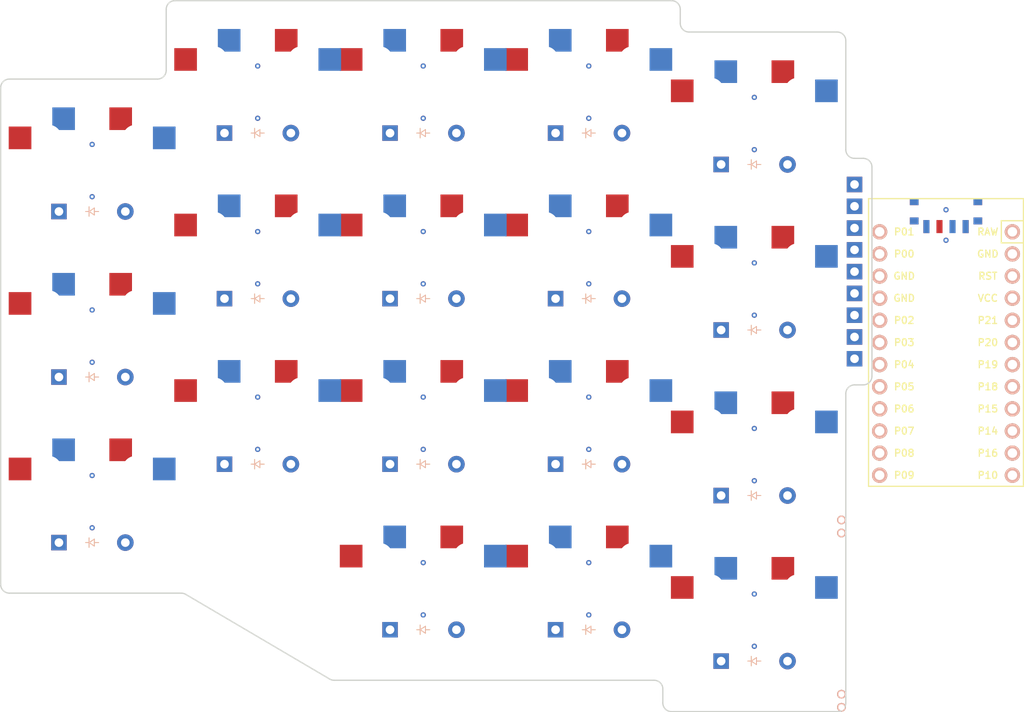
<source format=kicad_pcb>

            
(kicad_pcb (version 20171130) (host pcbnew 5.1.6)

  (page A3)
  (title_block
    (title pcb)
    (rev v1.0.0)
    (company Unknown)
  )

  (general
    (thickness 1.6)
  )

  (layers
    (0 F.Cu signal)
    (31 B.Cu signal)
    (32 B.Adhes user)
    (33 F.Adhes user)
    (34 B.Paste user)
    (35 F.Paste user)
    (36 B.SilkS user)
    (37 F.SilkS user)
    (38 B.Mask user)
    (39 F.Mask user)
    (40 Dwgs.User user)
    (41 Cmts.User user)
    (42 Eco1.User user)
    (43 Eco2.User user)
    (44 Edge.Cuts user)
    (45 Margin user)
    (46 B.CrtYd user)
    (47 F.CrtYd user)
    (48 B.Fab user)
    (49 F.Fab user)
  )

  (setup
    (last_trace_width 0.25)
    (trace_clearance 0.2)
    (zone_clearance 0.508)
    (zone_45_only no)
    (trace_min 0.2)
    (via_size 0.8)
    (via_drill 0.4)
    (via_min_size 0.4)
    (via_min_drill 0.3)
    (uvia_size 0.3)
    (uvia_drill 0.1)
    (uvias_allowed no)
    (uvia_min_size 0.2)
    (uvia_min_drill 0.1)
    (edge_width 0.05)
    (segment_width 0.2)
    (pcb_text_width 0.3)
    (pcb_text_size 1.5 1.5)
    (mod_edge_width 0.12)
    (mod_text_size 1 1)
    (mod_text_width 0.15)
    (pad_size 1.524 1.524)
    (pad_drill 0.762)
    (pad_to_mask_clearance 0.05)
    (aux_axis_origin 0 0)
    (visible_elements FFFFFF7F)
    (pcbplotparams
      (layerselection 0x010fc_ffffffff)
      (usegerberextensions false)
      (usegerberattributes true)
      (usegerberadvancedattributes true)
      (creategerberjobfile true)
      (excludeedgelayer true)
      (linewidth 0.100000)
      (plotframeref false)
      (viasonmask false)
      (mode 1)
      (useauxorigin false)
      (hpglpennumber 1)
      (hpglpenspeed 20)
      (hpglpendiameter 15.000000)
      (psnegative false)
      (psa4output false)
      (plotreference true)
      (plotvalue true)
      (plotinvisibletext false)
      (padsonsilk false)
      (subtractmaskfromsilk false)
      (outputformat 1)
      (mirror false)
      (drillshape 1)
      (scaleselection 1)
      (outputdirectory ""))
  )

            (net 0 "")
(net 1 "inner_col_pinky")
(net 2 "col_pinky")
(net 3 "home_col_pinky")
(net 4 "outer_col_pinky")
(net 5 "inner_col_ring")
(net 6 "col_ring")
(net 7 "home_col_ring")
(net 8 "outer_col_ring")
(net 9 "thumb_col_middle")
(net 10 "col_middle")
(net 11 "inner_col_middle")
(net 12 "home_col_middle")
(net 13 "outer_col_middle")
(net 14 "thumb_col_index")
(net 15 "col_index")
(net 16 "inner_col_index")
(net 17 "home_col_index")
(net 18 "outer_col_index")
(net 19 "thumb_col_far")
(net 20 "col_far")
(net 21 "inner_col_far")
(net 22 "home_col_far")
(net 23 "outer_col_far")
(net 24 "row_inner")
(net 25 "row_home")
(net 26 "row_outer")
(net 27 "row_thumb")
(net 28 "POS")
(net 29 "RAW")
(net 30 "GND")
(net 31 "RST")
(net 32 "VCC")
(net 33 "P21")
(net 34 "P20")
(net 35 "P19")
(net 36 "P18")
(net 37 "P15")
(net 38 "P14")
(net 39 "P16")
(net 40 "P10")
(net 41 "P1")
(net 42 "P0")
(net 43 "P2")
(net 44 "P3")
(net 45 "P4")
(net 46 "P5")
(net 47 "P6")
(net 48 "P7")
(net 49 "P8")
(net 50 "P9")
            
  (net_class Default "This is the default net class."
    (clearance 0.2)
    (trace_width 0.25)
    (via_dia 0.8)
    (via_drill 0.4)
    (uvia_dia 0.3)
    (uvia_drill 0.1)
    (add_net "")
(add_net "inner_col_pinky")
(add_net "col_pinky")
(add_net "home_col_pinky")
(add_net "outer_col_pinky")
(add_net "inner_col_ring")
(add_net "col_ring")
(add_net "home_col_ring")
(add_net "outer_col_ring")
(add_net "thumb_col_middle")
(add_net "col_middle")
(add_net "inner_col_middle")
(add_net "home_col_middle")
(add_net "outer_col_middle")
(add_net "thumb_col_index")
(add_net "col_index")
(add_net "inner_col_index")
(add_net "home_col_index")
(add_net "outer_col_index")
(add_net "thumb_col_far")
(add_net "col_far")
(add_net "inner_col_far")
(add_net "home_col_far")
(add_net "outer_col_far")
(add_net "row_inner")
(add_net "row_home")
(add_net "row_outer")
(add_net "row_thumb")
(add_net "POS")
(add_net "RAW")
(add_net "GND")
(add_net "RST")
(add_net "VCC")
(add_net "P21")
(add_net "P20")
(add_net "P19")
(add_net "P18")
(add_net "P15")
(add_net "P14")
(add_net "P16")
(add_net "P10")
(add_net "P1")
(add_net "P0")
(add_net "P2")
(add_net "P3")
(add_net "P4")
(add_net "P5")
(add_net "P6")
(add_net "P7")
(add_net "P8")
(add_net "P9")
  )

            
        
      (module PG1350 (layer F.Cu) (tedit 5DD50112)
      (at 0 -19 0)

      
      (fp_text reference "S1" (at 0 0) (layer F.SilkS) hide (effects (font (size 1.27 1.27) (thickness 0.15))))
      (fp_text value "" (at 0 0) (layer F.SilkS) hide (effects (font (size 1.27 1.27) (thickness 0.15))))

      
      (fp_line (start -7 -6) (end -7 -7) (layer Dwgs.User) (width 0.15))
      (fp_line (start -7 7) (end -6 7) (layer Dwgs.User) (width 0.15))
      (fp_line (start -6 -7) (end -7 -7) (layer Dwgs.User) (width 0.15))
      (fp_line (start -7 7) (end -7 6) (layer Dwgs.User) (width 0.15))
      (fp_line (start 7 6) (end 7 7) (layer Dwgs.User) (width 0.15))
      (fp_line (start 7 -7) (end 6 -7) (layer Dwgs.User) (width 0.15))
      (fp_line (start 6 7) (end 7 7) (layer Dwgs.User) (width 0.15))
      (fp_line (start 7 -7) (end 7 -6) (layer Dwgs.User) (width 0.15))      
      
      
      (pad "" np_thru_hole circle (at 0 0) (size 3.429 3.429) (drill 3.429) (layers *.Cu *.Mask))
        
      
      (pad "" np_thru_hole circle (at 5.5 0) (size 1.7018 1.7018) (drill 1.7018) (layers *.Cu *.Mask))
      (pad "" np_thru_hole circle (at -5.5 0) (size 1.7018 1.7018) (drill 1.7018) (layers *.Cu *.Mask))
      
        
        
          
          (pad "" np_thru_hole circle (at 5 -3.75) (size 3 3) (drill 3) (layers *.Cu *.Mask))
          (pad "" np_thru_hole circle (at 0 -5.95) (size 3 3) (drill 3) (layers *.Cu *.Mask))
      
          
          (pad 1 smd rect (at -3.275 -5.95 0) (size 2.6 2.6) (layers B.Cu B.Paste B.Mask)  (net 1 "inner_col_pinky"))
          (pad 2 smd rect (at 8.275 -3.75 0) (size 2.6 2.6) (layers B.Cu B.Paste B.Mask)  (net 2 "col_pinky"))
        
        
          
          (pad "" np_thru_hole circle (at -5 -3.75) (size 3 3) (drill 3) (layers *.Cu *.Mask))
          (pad "" np_thru_hole circle (at 0 -5.95) (size 3 3) (drill 3) (layers *.Cu *.Mask))
      
          
          (pad 1 smd rect (at 3.275 -5.95 0) (size 2.6 2.6) (layers F.Cu F.Paste F.Mask)  (net 1 "inner_col_pinky"))
          (pad 2 smd rect (at -8.275 -3.75 0) (size 2.6 2.6) (layers F.Cu F.Paste F.Mask)  (net 2 "col_pinky"))
        )
        

        
      (module PG1350 (layer F.Cu) (tedit 5DD50112)
      (at 0 -38 0)

      
      (fp_text reference "S2" (at 0 0) (layer F.SilkS) hide (effects (font (size 1.27 1.27) (thickness 0.15))))
      (fp_text value "" (at 0 0) (layer F.SilkS) hide (effects (font (size 1.27 1.27) (thickness 0.15))))

      
      (fp_line (start -7 -6) (end -7 -7) (layer Dwgs.User) (width 0.15))
      (fp_line (start -7 7) (end -6 7) (layer Dwgs.User) (width 0.15))
      (fp_line (start -6 -7) (end -7 -7) (layer Dwgs.User) (width 0.15))
      (fp_line (start -7 7) (end -7 6) (layer Dwgs.User) (width 0.15))
      (fp_line (start 7 6) (end 7 7) (layer Dwgs.User) (width 0.15))
      (fp_line (start 7 -7) (end 6 -7) (layer Dwgs.User) (width 0.15))
      (fp_line (start 6 7) (end 7 7) (layer Dwgs.User) (width 0.15))
      (fp_line (start 7 -7) (end 7 -6) (layer Dwgs.User) (width 0.15))      
      
      
      (pad "" np_thru_hole circle (at 0 0) (size 3.429 3.429) (drill 3.429) (layers *.Cu *.Mask))
        
      
      (pad "" np_thru_hole circle (at 5.5 0) (size 1.7018 1.7018) (drill 1.7018) (layers *.Cu *.Mask))
      (pad "" np_thru_hole circle (at -5.5 0) (size 1.7018 1.7018) (drill 1.7018) (layers *.Cu *.Mask))
      
        
        
          
          (pad "" np_thru_hole circle (at 5 -3.75) (size 3 3) (drill 3) (layers *.Cu *.Mask))
          (pad "" np_thru_hole circle (at 0 -5.95) (size 3 3) (drill 3) (layers *.Cu *.Mask))
      
          
          (pad 1 smd rect (at -3.275 -5.95 0) (size 2.6 2.6) (layers B.Cu B.Paste B.Mask)  (net 3 "home_col_pinky"))
          (pad 2 smd rect (at 8.275 -3.75 0) (size 2.6 2.6) (layers B.Cu B.Paste B.Mask)  (net 2 "col_pinky"))
        
        
          
          (pad "" np_thru_hole circle (at -5 -3.75) (size 3 3) (drill 3) (layers *.Cu *.Mask))
          (pad "" np_thru_hole circle (at 0 -5.95) (size 3 3) (drill 3) (layers *.Cu *.Mask))
      
          
          (pad 1 smd rect (at 3.275 -5.95 0) (size 2.6 2.6) (layers F.Cu F.Paste F.Mask)  (net 3 "home_col_pinky"))
          (pad 2 smd rect (at -8.275 -3.75 0) (size 2.6 2.6) (layers F.Cu F.Paste F.Mask)  (net 2 "col_pinky"))
        )
        

        
      (module PG1350 (layer F.Cu) (tedit 5DD50112)
      (at 0 -57 0)

      
      (fp_text reference "S3" (at 0 0) (layer F.SilkS) hide (effects (font (size 1.27 1.27) (thickness 0.15))))
      (fp_text value "" (at 0 0) (layer F.SilkS) hide (effects (font (size 1.27 1.27) (thickness 0.15))))

      
      (fp_line (start -7 -6) (end -7 -7) (layer Dwgs.User) (width 0.15))
      (fp_line (start -7 7) (end -6 7) (layer Dwgs.User) (width 0.15))
      (fp_line (start -6 -7) (end -7 -7) (layer Dwgs.User) (width 0.15))
      (fp_line (start -7 7) (end -7 6) (layer Dwgs.User) (width 0.15))
      (fp_line (start 7 6) (end 7 7) (layer Dwgs.User) (width 0.15))
      (fp_line (start 7 -7) (end 6 -7) (layer Dwgs.User) (width 0.15))
      (fp_line (start 6 7) (end 7 7) (layer Dwgs.User) (width 0.15))
      (fp_line (start 7 -7) (end 7 -6) (layer Dwgs.User) (width 0.15))      
      
      
      (pad "" np_thru_hole circle (at 0 0) (size 3.429 3.429) (drill 3.429) (layers *.Cu *.Mask))
        
      
      (pad "" np_thru_hole circle (at 5.5 0) (size 1.7018 1.7018) (drill 1.7018) (layers *.Cu *.Mask))
      (pad "" np_thru_hole circle (at -5.5 0) (size 1.7018 1.7018) (drill 1.7018) (layers *.Cu *.Mask))
      
        
        
          
          (pad "" np_thru_hole circle (at 5 -3.75) (size 3 3) (drill 3) (layers *.Cu *.Mask))
          (pad "" np_thru_hole circle (at 0 -5.95) (size 3 3) (drill 3) (layers *.Cu *.Mask))
      
          
          (pad 1 smd rect (at -3.275 -5.95 0) (size 2.6 2.6) (layers B.Cu B.Paste B.Mask)  (net 4 "outer_col_pinky"))
          (pad 2 smd rect (at 8.275 -3.75 0) (size 2.6 2.6) (layers B.Cu B.Paste B.Mask)  (net 2 "col_pinky"))
        
        
          
          (pad "" np_thru_hole circle (at -5 -3.75) (size 3 3) (drill 3) (layers *.Cu *.Mask))
          (pad "" np_thru_hole circle (at 0 -5.95) (size 3 3) (drill 3) (layers *.Cu *.Mask))
      
          
          (pad 1 smd rect (at 3.275 -5.95 0) (size 2.6 2.6) (layers F.Cu F.Paste F.Mask)  (net 4 "outer_col_pinky"))
          (pad 2 smd rect (at -8.275 -3.75 0) (size 2.6 2.6) (layers F.Cu F.Paste F.Mask)  (net 2 "col_pinky"))
        )
        

        
      (module PG1350 (layer F.Cu) (tedit 5DD50112)
      (at 19 -28 0)

      
      (fp_text reference "S4" (at 0 0) (layer F.SilkS) hide (effects (font (size 1.27 1.27) (thickness 0.15))))
      (fp_text value "" (at 0 0) (layer F.SilkS) hide (effects (font (size 1.27 1.27) (thickness 0.15))))

      
      (fp_line (start -7 -6) (end -7 -7) (layer Dwgs.User) (width 0.15))
      (fp_line (start -7 7) (end -6 7) (layer Dwgs.User) (width 0.15))
      (fp_line (start -6 -7) (end -7 -7) (layer Dwgs.User) (width 0.15))
      (fp_line (start -7 7) (end -7 6) (layer Dwgs.User) (width 0.15))
      (fp_line (start 7 6) (end 7 7) (layer Dwgs.User) (width 0.15))
      (fp_line (start 7 -7) (end 6 -7) (layer Dwgs.User) (width 0.15))
      (fp_line (start 6 7) (end 7 7) (layer Dwgs.User) (width 0.15))
      (fp_line (start 7 -7) (end 7 -6) (layer Dwgs.User) (width 0.15))      
      
      
      (pad "" np_thru_hole circle (at 0 0) (size 3.429 3.429) (drill 3.429) (layers *.Cu *.Mask))
        
      
      (pad "" np_thru_hole circle (at 5.5 0) (size 1.7018 1.7018) (drill 1.7018) (layers *.Cu *.Mask))
      (pad "" np_thru_hole circle (at -5.5 0) (size 1.7018 1.7018) (drill 1.7018) (layers *.Cu *.Mask))
      
        
        
          
          (pad "" np_thru_hole circle (at 5 -3.75) (size 3 3) (drill 3) (layers *.Cu *.Mask))
          (pad "" np_thru_hole circle (at 0 -5.95) (size 3 3) (drill 3) (layers *.Cu *.Mask))
      
          
          (pad 1 smd rect (at -3.275 -5.95 0) (size 2.6 2.6) (layers B.Cu B.Paste B.Mask)  (net 5 "inner_col_ring"))
          (pad 2 smd rect (at 8.275 -3.75 0) (size 2.6 2.6) (layers B.Cu B.Paste B.Mask)  (net 6 "col_ring"))
        
        
          
          (pad "" np_thru_hole circle (at -5 -3.75) (size 3 3) (drill 3) (layers *.Cu *.Mask))
          (pad "" np_thru_hole circle (at 0 -5.95) (size 3 3) (drill 3) (layers *.Cu *.Mask))
      
          
          (pad 1 smd rect (at 3.275 -5.95 0) (size 2.6 2.6) (layers F.Cu F.Paste F.Mask)  (net 5 "inner_col_ring"))
          (pad 2 smd rect (at -8.275 -3.75 0) (size 2.6 2.6) (layers F.Cu F.Paste F.Mask)  (net 6 "col_ring"))
        )
        

        
      (module PG1350 (layer F.Cu) (tedit 5DD50112)
      (at 19 -47 0)

      
      (fp_text reference "S5" (at 0 0) (layer F.SilkS) hide (effects (font (size 1.27 1.27) (thickness 0.15))))
      (fp_text value "" (at 0 0) (layer F.SilkS) hide (effects (font (size 1.27 1.27) (thickness 0.15))))

      
      (fp_line (start -7 -6) (end -7 -7) (layer Dwgs.User) (width 0.15))
      (fp_line (start -7 7) (end -6 7) (layer Dwgs.User) (width 0.15))
      (fp_line (start -6 -7) (end -7 -7) (layer Dwgs.User) (width 0.15))
      (fp_line (start -7 7) (end -7 6) (layer Dwgs.User) (width 0.15))
      (fp_line (start 7 6) (end 7 7) (layer Dwgs.User) (width 0.15))
      (fp_line (start 7 -7) (end 6 -7) (layer Dwgs.User) (width 0.15))
      (fp_line (start 6 7) (end 7 7) (layer Dwgs.User) (width 0.15))
      (fp_line (start 7 -7) (end 7 -6) (layer Dwgs.User) (width 0.15))      
      
      
      (pad "" np_thru_hole circle (at 0 0) (size 3.429 3.429) (drill 3.429) (layers *.Cu *.Mask))
        
      
      (pad "" np_thru_hole circle (at 5.5 0) (size 1.7018 1.7018) (drill 1.7018) (layers *.Cu *.Mask))
      (pad "" np_thru_hole circle (at -5.5 0) (size 1.7018 1.7018) (drill 1.7018) (layers *.Cu *.Mask))
      
        
        
          
          (pad "" np_thru_hole circle (at 5 -3.75) (size 3 3) (drill 3) (layers *.Cu *.Mask))
          (pad "" np_thru_hole circle (at 0 -5.95) (size 3 3) (drill 3) (layers *.Cu *.Mask))
      
          
          (pad 1 smd rect (at -3.275 -5.95 0) (size 2.6 2.6) (layers B.Cu B.Paste B.Mask)  (net 7 "home_col_ring"))
          (pad 2 smd rect (at 8.275 -3.75 0) (size 2.6 2.6) (layers B.Cu B.Paste B.Mask)  (net 6 "col_ring"))
        
        
          
          (pad "" np_thru_hole circle (at -5 -3.75) (size 3 3) (drill 3) (layers *.Cu *.Mask))
          (pad "" np_thru_hole circle (at 0 -5.95) (size 3 3) (drill 3) (layers *.Cu *.Mask))
      
          
          (pad 1 smd rect (at 3.275 -5.95 0) (size 2.6 2.6) (layers F.Cu F.Paste F.Mask)  (net 7 "home_col_ring"))
          (pad 2 smd rect (at -8.275 -3.75 0) (size 2.6 2.6) (layers F.Cu F.Paste F.Mask)  (net 6 "col_ring"))
        )
        

        
      (module PG1350 (layer F.Cu) (tedit 5DD50112)
      (at 19 -66 0)

      
      (fp_text reference "S6" (at 0 0) (layer F.SilkS) hide (effects (font (size 1.27 1.27) (thickness 0.15))))
      (fp_text value "" (at 0 0) (layer F.SilkS) hide (effects (font (size 1.27 1.27) (thickness 0.15))))

      
      (fp_line (start -7 -6) (end -7 -7) (layer Dwgs.User) (width 0.15))
      (fp_line (start -7 7) (end -6 7) (layer Dwgs.User) (width 0.15))
      (fp_line (start -6 -7) (end -7 -7) (layer Dwgs.User) (width 0.15))
      (fp_line (start -7 7) (end -7 6) (layer Dwgs.User) (width 0.15))
      (fp_line (start 7 6) (end 7 7) (layer Dwgs.User) (width 0.15))
      (fp_line (start 7 -7) (end 6 -7) (layer Dwgs.User) (width 0.15))
      (fp_line (start 6 7) (end 7 7) (layer Dwgs.User) (width 0.15))
      (fp_line (start 7 -7) (end 7 -6) (layer Dwgs.User) (width 0.15))      
      
      
      (pad "" np_thru_hole circle (at 0 0) (size 3.429 3.429) (drill 3.429) (layers *.Cu *.Mask))
        
      
      (pad "" np_thru_hole circle (at 5.5 0) (size 1.7018 1.7018) (drill 1.7018) (layers *.Cu *.Mask))
      (pad "" np_thru_hole circle (at -5.5 0) (size 1.7018 1.7018) (drill 1.7018) (layers *.Cu *.Mask))
      
        
        
          
          (pad "" np_thru_hole circle (at 5 -3.75) (size 3 3) (drill 3) (layers *.Cu *.Mask))
          (pad "" np_thru_hole circle (at 0 -5.95) (size 3 3) (drill 3) (layers *.Cu *.Mask))
      
          
          (pad 1 smd rect (at -3.275 -5.95 0) (size 2.6 2.6) (layers B.Cu B.Paste B.Mask)  (net 8 "outer_col_ring"))
          (pad 2 smd rect (at 8.275 -3.75 0) (size 2.6 2.6) (layers B.Cu B.Paste B.Mask)  (net 6 "col_ring"))
        
        
          
          (pad "" np_thru_hole circle (at -5 -3.75) (size 3 3) (drill 3) (layers *.Cu *.Mask))
          (pad "" np_thru_hole circle (at 0 -5.95) (size 3 3) (drill 3) (layers *.Cu *.Mask))
      
          
          (pad 1 smd rect (at 3.275 -5.95 0) (size 2.6 2.6) (layers F.Cu F.Paste F.Mask)  (net 8 "outer_col_ring"))
          (pad 2 smd rect (at -8.275 -3.75 0) (size 2.6 2.6) (layers F.Cu F.Paste F.Mask)  (net 6 "col_ring"))
        )
        

        
      (module PG1350 (layer F.Cu) (tedit 5DD50112)
      (at 38 -9 0)

      
      (fp_text reference "S7" (at 0 0) (layer F.SilkS) hide (effects (font (size 1.27 1.27) (thickness 0.15))))
      (fp_text value "" (at 0 0) (layer F.SilkS) hide (effects (font (size 1.27 1.27) (thickness 0.15))))

      
      (fp_line (start -7 -6) (end -7 -7) (layer Dwgs.User) (width 0.15))
      (fp_line (start -7 7) (end -6 7) (layer Dwgs.User) (width 0.15))
      (fp_line (start -6 -7) (end -7 -7) (layer Dwgs.User) (width 0.15))
      (fp_line (start -7 7) (end -7 6) (layer Dwgs.User) (width 0.15))
      (fp_line (start 7 6) (end 7 7) (layer Dwgs.User) (width 0.15))
      (fp_line (start 7 -7) (end 6 -7) (layer Dwgs.User) (width 0.15))
      (fp_line (start 6 7) (end 7 7) (layer Dwgs.User) (width 0.15))
      (fp_line (start 7 -7) (end 7 -6) (layer Dwgs.User) (width 0.15))      
      
      
      (pad "" np_thru_hole circle (at 0 0) (size 3.429 3.429) (drill 3.429) (layers *.Cu *.Mask))
        
      
      (pad "" np_thru_hole circle (at 5.5 0) (size 1.7018 1.7018) (drill 1.7018) (layers *.Cu *.Mask))
      (pad "" np_thru_hole circle (at -5.5 0) (size 1.7018 1.7018) (drill 1.7018) (layers *.Cu *.Mask))
      
        
        
          
          (pad "" np_thru_hole circle (at 5 -3.75) (size 3 3) (drill 3) (layers *.Cu *.Mask))
          (pad "" np_thru_hole circle (at 0 -5.95) (size 3 3) (drill 3) (layers *.Cu *.Mask))
      
          
          (pad 1 smd rect (at -3.275 -5.95 0) (size 2.6 2.6) (layers B.Cu B.Paste B.Mask)  (net 9 "thumb_col_middle"))
          (pad 2 smd rect (at 8.275 -3.75 0) (size 2.6 2.6) (layers B.Cu B.Paste B.Mask)  (net 10 "col_middle"))
        
        
          
          (pad "" np_thru_hole circle (at -5 -3.75) (size 3 3) (drill 3) (layers *.Cu *.Mask))
          (pad "" np_thru_hole circle (at 0 -5.95) (size 3 3) (drill 3) (layers *.Cu *.Mask))
      
          
          (pad 1 smd rect (at 3.275 -5.95 0) (size 2.6 2.6) (layers F.Cu F.Paste F.Mask)  (net 9 "thumb_col_middle"))
          (pad 2 smd rect (at -8.275 -3.75 0) (size 2.6 2.6) (layers F.Cu F.Paste F.Mask)  (net 10 "col_middle"))
        )
        

        
      (module PG1350 (layer F.Cu) (tedit 5DD50112)
      (at 38 -28 0)

      
      (fp_text reference "S8" (at 0 0) (layer F.SilkS) hide (effects (font (size 1.27 1.27) (thickness 0.15))))
      (fp_text value "" (at 0 0) (layer F.SilkS) hide (effects (font (size 1.27 1.27) (thickness 0.15))))

      
      (fp_line (start -7 -6) (end -7 -7) (layer Dwgs.User) (width 0.15))
      (fp_line (start -7 7) (end -6 7) (layer Dwgs.User) (width 0.15))
      (fp_line (start -6 -7) (end -7 -7) (layer Dwgs.User) (width 0.15))
      (fp_line (start -7 7) (end -7 6) (layer Dwgs.User) (width 0.15))
      (fp_line (start 7 6) (end 7 7) (layer Dwgs.User) (width 0.15))
      (fp_line (start 7 -7) (end 6 -7) (layer Dwgs.User) (width 0.15))
      (fp_line (start 6 7) (end 7 7) (layer Dwgs.User) (width 0.15))
      (fp_line (start 7 -7) (end 7 -6) (layer Dwgs.User) (width 0.15))      
      
      
      (pad "" np_thru_hole circle (at 0 0) (size 3.429 3.429) (drill 3.429) (layers *.Cu *.Mask))
        
      
      (pad "" np_thru_hole circle (at 5.5 0) (size 1.7018 1.7018) (drill 1.7018) (layers *.Cu *.Mask))
      (pad "" np_thru_hole circle (at -5.5 0) (size 1.7018 1.7018) (drill 1.7018) (layers *.Cu *.Mask))
      
        
        
          
          (pad "" np_thru_hole circle (at 5 -3.75) (size 3 3) (drill 3) (layers *.Cu *.Mask))
          (pad "" np_thru_hole circle (at 0 -5.95) (size 3 3) (drill 3) (layers *.Cu *.Mask))
      
          
          (pad 1 smd rect (at -3.275 -5.95 0) (size 2.6 2.6) (layers B.Cu B.Paste B.Mask)  (net 11 "inner_col_middle"))
          (pad 2 smd rect (at 8.275 -3.75 0) (size 2.6 2.6) (layers B.Cu B.Paste B.Mask)  (net 10 "col_middle"))
        
        
          
          (pad "" np_thru_hole circle (at -5 -3.75) (size 3 3) (drill 3) (layers *.Cu *.Mask))
          (pad "" np_thru_hole circle (at 0 -5.95) (size 3 3) (drill 3) (layers *.Cu *.Mask))
      
          
          (pad 1 smd rect (at 3.275 -5.95 0) (size 2.6 2.6) (layers F.Cu F.Paste F.Mask)  (net 11 "inner_col_middle"))
          (pad 2 smd rect (at -8.275 -3.75 0) (size 2.6 2.6) (layers F.Cu F.Paste F.Mask)  (net 10 "col_middle"))
        )
        

        
      (module PG1350 (layer F.Cu) (tedit 5DD50112)
      (at 38 -47 0)

      
      (fp_text reference "S9" (at 0 0) (layer F.SilkS) hide (effects (font (size 1.27 1.27) (thickness 0.15))))
      (fp_text value "" (at 0 0) (layer F.SilkS) hide (effects (font (size 1.27 1.27) (thickness 0.15))))

      
      (fp_line (start -7 -6) (end -7 -7) (layer Dwgs.User) (width 0.15))
      (fp_line (start -7 7) (end -6 7) (layer Dwgs.User) (width 0.15))
      (fp_line (start -6 -7) (end -7 -7) (layer Dwgs.User) (width 0.15))
      (fp_line (start -7 7) (end -7 6) (layer Dwgs.User) (width 0.15))
      (fp_line (start 7 6) (end 7 7) (layer Dwgs.User) (width 0.15))
      (fp_line (start 7 -7) (end 6 -7) (layer Dwgs.User) (width 0.15))
      (fp_line (start 6 7) (end 7 7) (layer Dwgs.User) (width 0.15))
      (fp_line (start 7 -7) (end 7 -6) (layer Dwgs.User) (width 0.15))      
      
      
      (pad "" np_thru_hole circle (at 0 0) (size 3.429 3.429) (drill 3.429) (layers *.Cu *.Mask))
        
      
      (pad "" np_thru_hole circle (at 5.5 0) (size 1.7018 1.7018) (drill 1.7018) (layers *.Cu *.Mask))
      (pad "" np_thru_hole circle (at -5.5 0) (size 1.7018 1.7018) (drill 1.7018) (layers *.Cu *.Mask))
      
        
        
          
          (pad "" np_thru_hole circle (at 5 -3.75) (size 3 3) (drill 3) (layers *.Cu *.Mask))
          (pad "" np_thru_hole circle (at 0 -5.95) (size 3 3) (drill 3) (layers *.Cu *.Mask))
      
          
          (pad 1 smd rect (at -3.275 -5.95 0) (size 2.6 2.6) (layers B.Cu B.Paste B.Mask)  (net 12 "home_col_middle"))
          (pad 2 smd rect (at 8.275 -3.75 0) (size 2.6 2.6) (layers B.Cu B.Paste B.Mask)  (net 10 "col_middle"))
        
        
          
          (pad "" np_thru_hole circle (at -5 -3.75) (size 3 3) (drill 3) (layers *.Cu *.Mask))
          (pad "" np_thru_hole circle (at 0 -5.95) (size 3 3) (drill 3) (layers *.Cu *.Mask))
      
          
          (pad 1 smd rect (at 3.275 -5.95 0) (size 2.6 2.6) (layers F.Cu F.Paste F.Mask)  (net 12 "home_col_middle"))
          (pad 2 smd rect (at -8.275 -3.75 0) (size 2.6 2.6) (layers F.Cu F.Paste F.Mask)  (net 10 "col_middle"))
        )
        

        
      (module PG1350 (layer F.Cu) (tedit 5DD50112)
      (at 38 -66 0)

      
      (fp_text reference "S10" (at 0 0) (layer F.SilkS) hide (effects (font (size 1.27 1.27) (thickness 0.15))))
      (fp_text value "" (at 0 0) (layer F.SilkS) hide (effects (font (size 1.27 1.27) (thickness 0.15))))

      
      (fp_line (start -7 -6) (end -7 -7) (layer Dwgs.User) (width 0.15))
      (fp_line (start -7 7) (end -6 7) (layer Dwgs.User) (width 0.15))
      (fp_line (start -6 -7) (end -7 -7) (layer Dwgs.User) (width 0.15))
      (fp_line (start -7 7) (end -7 6) (layer Dwgs.User) (width 0.15))
      (fp_line (start 7 6) (end 7 7) (layer Dwgs.User) (width 0.15))
      (fp_line (start 7 -7) (end 6 -7) (layer Dwgs.User) (width 0.15))
      (fp_line (start 6 7) (end 7 7) (layer Dwgs.User) (width 0.15))
      (fp_line (start 7 -7) (end 7 -6) (layer Dwgs.User) (width 0.15))      
      
      
      (pad "" np_thru_hole circle (at 0 0) (size 3.429 3.429) (drill 3.429) (layers *.Cu *.Mask))
        
      
      (pad "" np_thru_hole circle (at 5.5 0) (size 1.7018 1.7018) (drill 1.7018) (layers *.Cu *.Mask))
      (pad "" np_thru_hole circle (at -5.5 0) (size 1.7018 1.7018) (drill 1.7018) (layers *.Cu *.Mask))
      
        
        
          
          (pad "" np_thru_hole circle (at 5 -3.75) (size 3 3) (drill 3) (layers *.Cu *.Mask))
          (pad "" np_thru_hole circle (at 0 -5.95) (size 3 3) (drill 3) (layers *.Cu *.Mask))
      
          
          (pad 1 smd rect (at -3.275 -5.95 0) (size 2.6 2.6) (layers B.Cu B.Paste B.Mask)  (net 13 "outer_col_middle"))
          (pad 2 smd rect (at 8.275 -3.75 0) (size 2.6 2.6) (layers B.Cu B.Paste B.Mask)  (net 10 "col_middle"))
        
        
          
          (pad "" np_thru_hole circle (at -5 -3.75) (size 3 3) (drill 3) (layers *.Cu *.Mask))
          (pad "" np_thru_hole circle (at 0 -5.95) (size 3 3) (drill 3) (layers *.Cu *.Mask))
      
          
          (pad 1 smd rect (at 3.275 -5.95 0) (size 2.6 2.6) (layers F.Cu F.Paste F.Mask)  (net 13 "outer_col_middle"))
          (pad 2 smd rect (at -8.275 -3.75 0) (size 2.6 2.6) (layers F.Cu F.Paste F.Mask)  (net 10 "col_middle"))
        )
        

        
      (module PG1350 (layer F.Cu) (tedit 5DD50112)
      (at 57 -9 0)

      
      (fp_text reference "S11" (at 0 0) (layer F.SilkS) hide (effects (font (size 1.27 1.27) (thickness 0.15))))
      (fp_text value "" (at 0 0) (layer F.SilkS) hide (effects (font (size 1.27 1.27) (thickness 0.15))))

      
      (fp_line (start -7 -6) (end -7 -7) (layer Dwgs.User) (width 0.15))
      (fp_line (start -7 7) (end -6 7) (layer Dwgs.User) (width 0.15))
      (fp_line (start -6 -7) (end -7 -7) (layer Dwgs.User) (width 0.15))
      (fp_line (start -7 7) (end -7 6) (layer Dwgs.User) (width 0.15))
      (fp_line (start 7 6) (end 7 7) (layer Dwgs.User) (width 0.15))
      (fp_line (start 7 -7) (end 6 -7) (layer Dwgs.User) (width 0.15))
      (fp_line (start 6 7) (end 7 7) (layer Dwgs.User) (width 0.15))
      (fp_line (start 7 -7) (end 7 -6) (layer Dwgs.User) (width 0.15))      
      
      
      (pad "" np_thru_hole circle (at 0 0) (size 3.429 3.429) (drill 3.429) (layers *.Cu *.Mask))
        
      
      (pad "" np_thru_hole circle (at 5.5 0) (size 1.7018 1.7018) (drill 1.7018) (layers *.Cu *.Mask))
      (pad "" np_thru_hole circle (at -5.5 0) (size 1.7018 1.7018) (drill 1.7018) (layers *.Cu *.Mask))
      
        
        
          
          (pad "" np_thru_hole circle (at 5 -3.75) (size 3 3) (drill 3) (layers *.Cu *.Mask))
          (pad "" np_thru_hole circle (at 0 -5.95) (size 3 3) (drill 3) (layers *.Cu *.Mask))
      
          
          (pad 1 smd rect (at -3.275 -5.95 0) (size 2.6 2.6) (layers B.Cu B.Paste B.Mask)  (net 14 "thumb_col_index"))
          (pad 2 smd rect (at 8.275 -3.75 0) (size 2.6 2.6) (layers B.Cu B.Paste B.Mask)  (net 15 "col_index"))
        
        
          
          (pad "" np_thru_hole circle (at -5 -3.75) (size 3 3) (drill 3) (layers *.Cu *.Mask))
          (pad "" np_thru_hole circle (at 0 -5.95) (size 3 3) (drill 3) (layers *.Cu *.Mask))
      
          
          (pad 1 smd rect (at 3.275 -5.95 0) (size 2.6 2.6) (layers F.Cu F.Paste F.Mask)  (net 14 "thumb_col_index"))
          (pad 2 smd rect (at -8.275 -3.75 0) (size 2.6 2.6) (layers F.Cu F.Paste F.Mask)  (net 15 "col_index"))
        )
        

        
      (module PG1350 (layer F.Cu) (tedit 5DD50112)
      (at 57 -28 0)

      
      (fp_text reference "S12" (at 0 0) (layer F.SilkS) hide (effects (font (size 1.27 1.27) (thickness 0.15))))
      (fp_text value "" (at 0 0) (layer F.SilkS) hide (effects (font (size 1.27 1.27) (thickness 0.15))))

      
      (fp_line (start -7 -6) (end -7 -7) (layer Dwgs.User) (width 0.15))
      (fp_line (start -7 7) (end -6 7) (layer Dwgs.User) (width 0.15))
      (fp_line (start -6 -7) (end -7 -7) (layer Dwgs.User) (width 0.15))
      (fp_line (start -7 7) (end -7 6) (layer Dwgs.User) (width 0.15))
      (fp_line (start 7 6) (end 7 7) (layer Dwgs.User) (width 0.15))
      (fp_line (start 7 -7) (end 6 -7) (layer Dwgs.User) (width 0.15))
      (fp_line (start 6 7) (end 7 7) (layer Dwgs.User) (width 0.15))
      (fp_line (start 7 -7) (end 7 -6) (layer Dwgs.User) (width 0.15))      
      
      
      (pad "" np_thru_hole circle (at 0 0) (size 3.429 3.429) (drill 3.429) (layers *.Cu *.Mask))
        
      
      (pad "" np_thru_hole circle (at 5.5 0) (size 1.7018 1.7018) (drill 1.7018) (layers *.Cu *.Mask))
      (pad "" np_thru_hole circle (at -5.5 0) (size 1.7018 1.7018) (drill 1.7018) (layers *.Cu *.Mask))
      
        
        
          
          (pad "" np_thru_hole circle (at 5 -3.75) (size 3 3) (drill 3) (layers *.Cu *.Mask))
          (pad "" np_thru_hole circle (at 0 -5.95) (size 3 3) (drill 3) (layers *.Cu *.Mask))
      
          
          (pad 1 smd rect (at -3.275 -5.95 0) (size 2.6 2.6) (layers B.Cu B.Paste B.Mask)  (net 16 "inner_col_index"))
          (pad 2 smd rect (at 8.275 -3.75 0) (size 2.6 2.6) (layers B.Cu B.Paste B.Mask)  (net 15 "col_index"))
        
        
          
          (pad "" np_thru_hole circle (at -5 -3.75) (size 3 3) (drill 3) (layers *.Cu *.Mask))
          (pad "" np_thru_hole circle (at 0 -5.95) (size 3 3) (drill 3) (layers *.Cu *.Mask))
      
          
          (pad 1 smd rect (at 3.275 -5.95 0) (size 2.6 2.6) (layers F.Cu F.Paste F.Mask)  (net 16 "inner_col_index"))
          (pad 2 smd rect (at -8.275 -3.75 0) (size 2.6 2.6) (layers F.Cu F.Paste F.Mask)  (net 15 "col_index"))
        )
        

        
      (module PG1350 (layer F.Cu) (tedit 5DD50112)
      (at 57 -47 0)

      
      (fp_text reference "S13" (at 0 0) (layer F.SilkS) hide (effects (font (size 1.27 1.27) (thickness 0.15))))
      (fp_text value "" (at 0 0) (layer F.SilkS) hide (effects (font (size 1.27 1.27) (thickness 0.15))))

      
      (fp_line (start -7 -6) (end -7 -7) (layer Dwgs.User) (width 0.15))
      (fp_line (start -7 7) (end -6 7) (layer Dwgs.User) (width 0.15))
      (fp_line (start -6 -7) (end -7 -7) (layer Dwgs.User) (width 0.15))
      (fp_line (start -7 7) (end -7 6) (layer Dwgs.User) (width 0.15))
      (fp_line (start 7 6) (end 7 7) (layer Dwgs.User) (width 0.15))
      (fp_line (start 7 -7) (end 6 -7) (layer Dwgs.User) (width 0.15))
      (fp_line (start 6 7) (end 7 7) (layer Dwgs.User) (width 0.15))
      (fp_line (start 7 -7) (end 7 -6) (layer Dwgs.User) (width 0.15))      
      
      
      (pad "" np_thru_hole circle (at 0 0) (size 3.429 3.429) (drill 3.429) (layers *.Cu *.Mask))
        
      
      (pad "" np_thru_hole circle (at 5.5 0) (size 1.7018 1.7018) (drill 1.7018) (layers *.Cu *.Mask))
      (pad "" np_thru_hole circle (at -5.5 0) (size 1.7018 1.7018) (drill 1.7018) (layers *.Cu *.Mask))
      
        
        
          
          (pad "" np_thru_hole circle (at 5 -3.75) (size 3 3) (drill 3) (layers *.Cu *.Mask))
          (pad "" np_thru_hole circle (at 0 -5.95) (size 3 3) (drill 3) (layers *.Cu *.Mask))
      
          
          (pad 1 smd rect (at -3.275 -5.95 0) (size 2.6 2.6) (layers B.Cu B.Paste B.Mask)  (net 17 "home_col_index"))
          (pad 2 smd rect (at 8.275 -3.75 0) (size 2.6 2.6) (layers B.Cu B.Paste B.Mask)  (net 15 "col_index"))
        
        
          
          (pad "" np_thru_hole circle (at -5 -3.75) (size 3 3) (drill 3) (layers *.Cu *.Mask))
          (pad "" np_thru_hole circle (at 0 -5.95) (size 3 3) (drill 3) (layers *.Cu *.Mask))
      
          
          (pad 1 smd rect (at 3.275 -5.95 0) (size 2.6 2.6) (layers F.Cu F.Paste F.Mask)  (net 17 "home_col_index"))
          (pad 2 smd rect (at -8.275 -3.75 0) (size 2.6 2.6) (layers F.Cu F.Paste F.Mask)  (net 15 "col_index"))
        )
        

        
      (module PG1350 (layer F.Cu) (tedit 5DD50112)
      (at 57 -66 0)

      
      (fp_text reference "S14" (at 0 0) (layer F.SilkS) hide (effects (font (size 1.27 1.27) (thickness 0.15))))
      (fp_text value "" (at 0 0) (layer F.SilkS) hide (effects (font (size 1.27 1.27) (thickness 0.15))))

      
      (fp_line (start -7 -6) (end -7 -7) (layer Dwgs.User) (width 0.15))
      (fp_line (start -7 7) (end -6 7) (layer Dwgs.User) (width 0.15))
      (fp_line (start -6 -7) (end -7 -7) (layer Dwgs.User) (width 0.15))
      (fp_line (start -7 7) (end -7 6) (layer Dwgs.User) (width 0.15))
      (fp_line (start 7 6) (end 7 7) (layer Dwgs.User) (width 0.15))
      (fp_line (start 7 -7) (end 6 -7) (layer Dwgs.User) (width 0.15))
      (fp_line (start 6 7) (end 7 7) (layer Dwgs.User) (width 0.15))
      (fp_line (start 7 -7) (end 7 -6) (layer Dwgs.User) (width 0.15))      
      
      
      (pad "" np_thru_hole circle (at 0 0) (size 3.429 3.429) (drill 3.429) (layers *.Cu *.Mask))
        
      
      (pad "" np_thru_hole circle (at 5.5 0) (size 1.7018 1.7018) (drill 1.7018) (layers *.Cu *.Mask))
      (pad "" np_thru_hole circle (at -5.5 0) (size 1.7018 1.7018) (drill 1.7018) (layers *.Cu *.Mask))
      
        
        
          
          (pad "" np_thru_hole circle (at 5 -3.75) (size 3 3) (drill 3) (layers *.Cu *.Mask))
          (pad "" np_thru_hole circle (at 0 -5.95) (size 3 3) (drill 3) (layers *.Cu *.Mask))
      
          
          (pad 1 smd rect (at -3.275 -5.95 0) (size 2.6 2.6) (layers B.Cu B.Paste B.Mask)  (net 18 "outer_col_index"))
          (pad 2 smd rect (at 8.275 -3.75 0) (size 2.6 2.6) (layers B.Cu B.Paste B.Mask)  (net 15 "col_index"))
        
        
          
          (pad "" np_thru_hole circle (at -5 -3.75) (size 3 3) (drill 3) (layers *.Cu *.Mask))
          (pad "" np_thru_hole circle (at 0 -5.95) (size 3 3) (drill 3) (layers *.Cu *.Mask))
      
          
          (pad 1 smd rect (at 3.275 -5.95 0) (size 2.6 2.6) (layers F.Cu F.Paste F.Mask)  (net 18 "outer_col_index"))
          (pad 2 smd rect (at -8.275 -3.75 0) (size 2.6 2.6) (layers F.Cu F.Paste F.Mask)  (net 15 "col_index"))
        )
        

        
      (module PG1350 (layer F.Cu) (tedit 5DD50112)
      (at 76 -5.4 0)

      
      (fp_text reference "S15" (at 0 0) (layer F.SilkS) hide (effects (font (size 1.27 1.27) (thickness 0.15))))
      (fp_text value "" (at 0 0) (layer F.SilkS) hide (effects (font (size 1.27 1.27) (thickness 0.15))))

      
      (fp_line (start -7 -6) (end -7 -7) (layer Dwgs.User) (width 0.15))
      (fp_line (start -7 7) (end -6 7) (layer Dwgs.User) (width 0.15))
      (fp_line (start -6 -7) (end -7 -7) (layer Dwgs.User) (width 0.15))
      (fp_line (start -7 7) (end -7 6) (layer Dwgs.User) (width 0.15))
      (fp_line (start 7 6) (end 7 7) (layer Dwgs.User) (width 0.15))
      (fp_line (start 7 -7) (end 6 -7) (layer Dwgs.User) (width 0.15))
      (fp_line (start 6 7) (end 7 7) (layer Dwgs.User) (width 0.15))
      (fp_line (start 7 -7) (end 7 -6) (layer Dwgs.User) (width 0.15))      
      
      
      (pad "" np_thru_hole circle (at 0 0) (size 3.429 3.429) (drill 3.429) (layers *.Cu *.Mask))
        
      
      (pad "" np_thru_hole circle (at 5.5 0) (size 1.7018 1.7018) (drill 1.7018) (layers *.Cu *.Mask))
      (pad "" np_thru_hole circle (at -5.5 0) (size 1.7018 1.7018) (drill 1.7018) (layers *.Cu *.Mask))
      
        
        
          
          (pad "" np_thru_hole circle (at 5 -3.75) (size 3 3) (drill 3) (layers *.Cu *.Mask))
          (pad "" np_thru_hole circle (at 0 -5.95) (size 3 3) (drill 3) (layers *.Cu *.Mask))
      
          
          (pad 1 smd rect (at -3.275 -5.95 0) (size 2.6 2.6) (layers B.Cu B.Paste B.Mask)  (net 19 "thumb_col_far"))
          (pad 2 smd rect (at 8.275 -3.75 0) (size 2.6 2.6) (layers B.Cu B.Paste B.Mask)  (net 20 "col_far"))
        
        
          
          (pad "" np_thru_hole circle (at -5 -3.75) (size 3 3) (drill 3) (layers *.Cu *.Mask))
          (pad "" np_thru_hole circle (at 0 -5.95) (size 3 3) (drill 3) (layers *.Cu *.Mask))
      
          
          (pad 1 smd rect (at 3.275 -5.95 0) (size 2.6 2.6) (layers F.Cu F.Paste F.Mask)  (net 19 "thumb_col_far"))
          (pad 2 smd rect (at -8.275 -3.75 0) (size 2.6 2.6) (layers F.Cu F.Paste F.Mask)  (net 20 "col_far"))
        )
        

        
      (module PG1350 (layer F.Cu) (tedit 5DD50112)
      (at 76 -24.4 0)

      
      (fp_text reference "S16" (at 0 0) (layer F.SilkS) hide (effects (font (size 1.27 1.27) (thickness 0.15))))
      (fp_text value "" (at 0 0) (layer F.SilkS) hide (effects (font (size 1.27 1.27) (thickness 0.15))))

      
      (fp_line (start -7 -6) (end -7 -7) (layer Dwgs.User) (width 0.15))
      (fp_line (start -7 7) (end -6 7) (layer Dwgs.User) (width 0.15))
      (fp_line (start -6 -7) (end -7 -7) (layer Dwgs.User) (width 0.15))
      (fp_line (start -7 7) (end -7 6) (layer Dwgs.User) (width 0.15))
      (fp_line (start 7 6) (end 7 7) (layer Dwgs.User) (width 0.15))
      (fp_line (start 7 -7) (end 6 -7) (layer Dwgs.User) (width 0.15))
      (fp_line (start 6 7) (end 7 7) (layer Dwgs.User) (width 0.15))
      (fp_line (start 7 -7) (end 7 -6) (layer Dwgs.User) (width 0.15))      
      
      
      (pad "" np_thru_hole circle (at 0 0) (size 3.429 3.429) (drill 3.429) (layers *.Cu *.Mask))
        
      
      (pad "" np_thru_hole circle (at 5.5 0) (size 1.7018 1.7018) (drill 1.7018) (layers *.Cu *.Mask))
      (pad "" np_thru_hole circle (at -5.5 0) (size 1.7018 1.7018) (drill 1.7018) (layers *.Cu *.Mask))
      
        
        
          
          (pad "" np_thru_hole circle (at 5 -3.75) (size 3 3) (drill 3) (layers *.Cu *.Mask))
          (pad "" np_thru_hole circle (at 0 -5.95) (size 3 3) (drill 3) (layers *.Cu *.Mask))
      
          
          (pad 1 smd rect (at -3.275 -5.95 0) (size 2.6 2.6) (layers B.Cu B.Paste B.Mask)  (net 21 "inner_col_far"))
          (pad 2 smd rect (at 8.275 -3.75 0) (size 2.6 2.6) (layers B.Cu B.Paste B.Mask)  (net 20 "col_far"))
        
        
          
          (pad "" np_thru_hole circle (at -5 -3.75) (size 3 3) (drill 3) (layers *.Cu *.Mask))
          (pad "" np_thru_hole circle (at 0 -5.95) (size 3 3) (drill 3) (layers *.Cu *.Mask))
      
          
          (pad 1 smd rect (at 3.275 -5.95 0) (size 2.6 2.6) (layers F.Cu F.Paste F.Mask)  (net 21 "inner_col_far"))
          (pad 2 smd rect (at -8.275 -3.75 0) (size 2.6 2.6) (layers F.Cu F.Paste F.Mask)  (net 20 "col_far"))
        )
        

        
      (module PG1350 (layer F.Cu) (tedit 5DD50112)
      (at 76 -43.4 0)

      
      (fp_text reference "S17" (at 0 0) (layer F.SilkS) hide (effects (font (size 1.27 1.27) (thickness 0.15))))
      (fp_text value "" (at 0 0) (layer F.SilkS) hide (effects (font (size 1.27 1.27) (thickness 0.15))))

      
      (fp_line (start -7 -6) (end -7 -7) (layer Dwgs.User) (width 0.15))
      (fp_line (start -7 7) (end -6 7) (layer Dwgs.User) (width 0.15))
      (fp_line (start -6 -7) (end -7 -7) (layer Dwgs.User) (width 0.15))
      (fp_line (start -7 7) (end -7 6) (layer Dwgs.User) (width 0.15))
      (fp_line (start 7 6) (end 7 7) (layer Dwgs.User) (width 0.15))
      (fp_line (start 7 -7) (end 6 -7) (layer Dwgs.User) (width 0.15))
      (fp_line (start 6 7) (end 7 7) (layer Dwgs.User) (width 0.15))
      (fp_line (start 7 -7) (end 7 -6) (layer Dwgs.User) (width 0.15))      
      
      
      (pad "" np_thru_hole circle (at 0 0) (size 3.429 3.429) (drill 3.429) (layers *.Cu *.Mask))
        
      
      (pad "" np_thru_hole circle (at 5.5 0) (size 1.7018 1.7018) (drill 1.7018) (layers *.Cu *.Mask))
      (pad "" np_thru_hole circle (at -5.5 0) (size 1.7018 1.7018) (drill 1.7018) (layers *.Cu *.Mask))
      
        
        
          
          (pad "" np_thru_hole circle (at 5 -3.75) (size 3 3) (drill 3) (layers *.Cu *.Mask))
          (pad "" np_thru_hole circle (at 0 -5.95) (size 3 3) (drill 3) (layers *.Cu *.Mask))
      
          
          (pad 1 smd rect (at -3.275 -5.95 0) (size 2.6 2.6) (layers B.Cu B.Paste B.Mask)  (net 22 "home_col_far"))
          (pad 2 smd rect (at 8.275 -3.75 0) (size 2.6 2.6) (layers B.Cu B.Paste B.Mask)  (net 20 "col_far"))
        
        
          
          (pad "" np_thru_hole circle (at -5 -3.75) (size 3 3) (drill 3) (layers *.Cu *.Mask))
          (pad "" np_thru_hole circle (at 0 -5.95) (size 3 3) (drill 3) (layers *.Cu *.Mask))
      
          
          (pad 1 smd rect (at 3.275 -5.95 0) (size 2.6 2.6) (layers F.Cu F.Paste F.Mask)  (net 22 "home_col_far"))
          (pad 2 smd rect (at -8.275 -3.75 0) (size 2.6 2.6) (layers F.Cu F.Paste F.Mask)  (net 20 "col_far"))
        )
        

        
      (module PG1350 (layer F.Cu) (tedit 5DD50112)
      (at 76 -62.4 0)

      
      (fp_text reference "S18" (at 0 0) (layer F.SilkS) hide (effects (font (size 1.27 1.27) (thickness 0.15))))
      (fp_text value "" (at 0 0) (layer F.SilkS) hide (effects (font (size 1.27 1.27) (thickness 0.15))))

      
      (fp_line (start -7 -6) (end -7 -7) (layer Dwgs.User) (width 0.15))
      (fp_line (start -7 7) (end -6 7) (layer Dwgs.User) (width 0.15))
      (fp_line (start -6 -7) (end -7 -7) (layer Dwgs.User) (width 0.15))
      (fp_line (start -7 7) (end -7 6) (layer Dwgs.User) (width 0.15))
      (fp_line (start 7 6) (end 7 7) (layer Dwgs.User) (width 0.15))
      (fp_line (start 7 -7) (end 6 -7) (layer Dwgs.User) (width 0.15))
      (fp_line (start 6 7) (end 7 7) (layer Dwgs.User) (width 0.15))
      (fp_line (start 7 -7) (end 7 -6) (layer Dwgs.User) (width 0.15))      
      
      
      (pad "" np_thru_hole circle (at 0 0) (size 3.429 3.429) (drill 3.429) (layers *.Cu *.Mask))
        
      
      (pad "" np_thru_hole circle (at 5.5 0) (size 1.7018 1.7018) (drill 1.7018) (layers *.Cu *.Mask))
      (pad "" np_thru_hole circle (at -5.5 0) (size 1.7018 1.7018) (drill 1.7018) (layers *.Cu *.Mask))
      
        
        
          
          (pad "" np_thru_hole circle (at 5 -3.75) (size 3 3) (drill 3) (layers *.Cu *.Mask))
          (pad "" np_thru_hole circle (at 0 -5.95) (size 3 3) (drill 3) (layers *.Cu *.Mask))
      
          
          (pad 1 smd rect (at -3.275 -5.95 0) (size 2.6 2.6) (layers B.Cu B.Paste B.Mask)  (net 23 "outer_col_far"))
          (pad 2 smd rect (at 8.275 -3.75 0) (size 2.6 2.6) (layers B.Cu B.Paste B.Mask)  (net 20 "col_far"))
        
        
          
          (pad "" np_thru_hole circle (at -5 -3.75) (size 3 3) (drill 3) (layers *.Cu *.Mask))
          (pad "" np_thru_hole circle (at 0 -5.95) (size 3 3) (drill 3) (layers *.Cu *.Mask))
      
          
          (pad 1 smd rect (at 3.275 -5.95 0) (size 2.6 2.6) (layers F.Cu F.Paste F.Mask)  (net 23 "outer_col_far"))
          (pad 2 smd rect (at -8.275 -3.75 0) (size 2.6 2.6) (layers F.Cu F.Paste F.Mask)  (net 20 "col_far"))
        )
        

  
    (module ComboDiode (layer F.Cu) (tedit 5B24D78E)


        (at 0 -14.3 0)

        
        (fp_text reference "D1" (at 0 0) (layer F.SilkS) hide (effects (font (size 1.27 1.27) (thickness 0.15))))
        (fp_text value "" (at 0 0) (layer F.SilkS) hide (effects (font (size 1.27 1.27) (thickness 0.15))))
        
        
        (fp_line (start 0.25 0) (end 0.75 0) (layer F.SilkS) (width 0.1))
        (fp_line (start 0.25 0.4) (end -0.35 0) (layer F.SilkS) (width 0.1))
        (fp_line (start 0.25 -0.4) (end 0.25 0.4) (layer F.SilkS) (width 0.1))
        (fp_line (start -0.35 0) (end 0.25 -0.4) (layer F.SilkS) (width 0.1))
        (fp_line (start -0.35 0) (end -0.35 0.55) (layer F.SilkS) (width 0.1))
        (fp_line (start -0.35 0) (end -0.35 -0.55) (layer F.SilkS) (width 0.1))
        (fp_line (start -0.75 0) (end -0.35 0) (layer F.SilkS) (width 0.1))
        (fp_line (start 0.25 0) (end 0.75 0) (layer B.SilkS) (width 0.1))
        (fp_line (start 0.25 0.4) (end -0.35 0) (layer B.SilkS) (width 0.1))
        (fp_line (start 0.25 -0.4) (end 0.25 0.4) (layer B.SilkS) (width 0.1))
        (fp_line (start -0.35 0) (end 0.25 -0.4) (layer B.SilkS) (width 0.1))
        (fp_line (start -0.35 0) (end -0.35 0.55) (layer B.SilkS) (width 0.1))
        (fp_line (start -0.35 0) (end -0.35 -0.55) (layer B.SilkS) (width 0.1))
        (fp_line (start -0.75 0) (end -0.35 0) (layer B.SilkS) (width 0.1))
        
        
        (pad 1 thru_hole rect (at -3.81 0 0) (size 1.778 1.778) (drill 0.9906) (layers *.Cu *.Mask) (net 24 "row_inner"))
        (pad 2 thru_hole circle (at 3.81 0 0) (size 1.905 1.905) (drill 0.9906) (layers *.Cu *.Mask) (net 1 "inner_col_pinky"))
    )
  
    

  
    (module ComboDiode (layer F.Cu) (tedit 5B24D78E)


        (at 0 -33.3 0)

        
        (fp_text reference "D2" (at 0 0) (layer F.SilkS) hide (effects (font (size 1.27 1.27) (thickness 0.15))))
        (fp_text value "" (at 0 0) (layer F.SilkS) hide (effects (font (size 1.27 1.27) (thickness 0.15))))
        
        
        (fp_line (start 0.25 0) (end 0.75 0) (layer F.SilkS) (width 0.1))
        (fp_line (start 0.25 0.4) (end -0.35 0) (layer F.SilkS) (width 0.1))
        (fp_line (start 0.25 -0.4) (end 0.25 0.4) (layer F.SilkS) (width 0.1))
        (fp_line (start -0.35 0) (end 0.25 -0.4) (layer F.SilkS) (width 0.1))
        (fp_line (start -0.35 0) (end -0.35 0.55) (layer F.SilkS) (width 0.1))
        (fp_line (start -0.35 0) (end -0.35 -0.55) (layer F.SilkS) (width 0.1))
        (fp_line (start -0.75 0) (end -0.35 0) (layer F.SilkS) (width 0.1))
        (fp_line (start 0.25 0) (end 0.75 0) (layer B.SilkS) (width 0.1))
        (fp_line (start 0.25 0.4) (end -0.35 0) (layer B.SilkS) (width 0.1))
        (fp_line (start 0.25 -0.4) (end 0.25 0.4) (layer B.SilkS) (width 0.1))
        (fp_line (start -0.35 0) (end 0.25 -0.4) (layer B.SilkS) (width 0.1))
        (fp_line (start -0.35 0) (end -0.35 0.55) (layer B.SilkS) (width 0.1))
        (fp_line (start -0.35 0) (end -0.35 -0.55) (layer B.SilkS) (width 0.1))
        (fp_line (start -0.75 0) (end -0.35 0) (layer B.SilkS) (width 0.1))
        
        
        (pad 1 thru_hole rect (at -3.81 0 0) (size 1.778 1.778) (drill 0.9906) (layers *.Cu *.Mask) (net 25 "row_home"))
        (pad 2 thru_hole circle (at 3.81 0 0) (size 1.905 1.905) (drill 0.9906) (layers *.Cu *.Mask) (net 3 "home_col_pinky"))
    )
  
    

  
    (module ComboDiode (layer F.Cu) (tedit 5B24D78E)


        (at 0 -52.3 0)

        
        (fp_text reference "D3" (at 0 0) (layer F.SilkS) hide (effects (font (size 1.27 1.27) (thickness 0.15))))
        (fp_text value "" (at 0 0) (layer F.SilkS) hide (effects (font (size 1.27 1.27) (thickness 0.15))))
        
        
        (fp_line (start 0.25 0) (end 0.75 0) (layer F.SilkS) (width 0.1))
        (fp_line (start 0.25 0.4) (end -0.35 0) (layer F.SilkS) (width 0.1))
        (fp_line (start 0.25 -0.4) (end 0.25 0.4) (layer F.SilkS) (width 0.1))
        (fp_line (start -0.35 0) (end 0.25 -0.4) (layer F.SilkS) (width 0.1))
        (fp_line (start -0.35 0) (end -0.35 0.55) (layer F.SilkS) (width 0.1))
        (fp_line (start -0.35 0) (end -0.35 -0.55) (layer F.SilkS) (width 0.1))
        (fp_line (start -0.75 0) (end -0.35 0) (layer F.SilkS) (width 0.1))
        (fp_line (start 0.25 0) (end 0.75 0) (layer B.SilkS) (width 0.1))
        (fp_line (start 0.25 0.4) (end -0.35 0) (layer B.SilkS) (width 0.1))
        (fp_line (start 0.25 -0.4) (end 0.25 0.4) (layer B.SilkS) (width 0.1))
        (fp_line (start -0.35 0) (end 0.25 -0.4) (layer B.SilkS) (width 0.1))
        (fp_line (start -0.35 0) (end -0.35 0.55) (layer B.SilkS) (width 0.1))
        (fp_line (start -0.35 0) (end -0.35 -0.55) (layer B.SilkS) (width 0.1))
        (fp_line (start -0.75 0) (end -0.35 0) (layer B.SilkS) (width 0.1))
        
        
        (pad 1 thru_hole rect (at -3.81 0 0) (size 1.778 1.778) (drill 0.9906) (layers *.Cu *.Mask) (net 26 "row_outer"))
        (pad 2 thru_hole circle (at 3.81 0 0) (size 1.905 1.905) (drill 0.9906) (layers *.Cu *.Mask) (net 4 "outer_col_pinky"))
    )
  
    

  
    (module ComboDiode (layer F.Cu) (tedit 5B24D78E)


        (at 19 -23.3 0)

        
        (fp_text reference "D4" (at 0 0) (layer F.SilkS) hide (effects (font (size 1.27 1.27) (thickness 0.15))))
        (fp_text value "" (at 0 0) (layer F.SilkS) hide (effects (font (size 1.27 1.27) (thickness 0.15))))
        
        
        (fp_line (start 0.25 0) (end 0.75 0) (layer F.SilkS) (width 0.1))
        (fp_line (start 0.25 0.4) (end -0.35 0) (layer F.SilkS) (width 0.1))
        (fp_line (start 0.25 -0.4) (end 0.25 0.4) (layer F.SilkS) (width 0.1))
        (fp_line (start -0.35 0) (end 0.25 -0.4) (layer F.SilkS) (width 0.1))
        (fp_line (start -0.35 0) (end -0.35 0.55) (layer F.SilkS) (width 0.1))
        (fp_line (start -0.35 0) (end -0.35 -0.55) (layer F.SilkS) (width 0.1))
        (fp_line (start -0.75 0) (end -0.35 0) (layer F.SilkS) (width 0.1))
        (fp_line (start 0.25 0) (end 0.75 0) (layer B.SilkS) (width 0.1))
        (fp_line (start 0.25 0.4) (end -0.35 0) (layer B.SilkS) (width 0.1))
        (fp_line (start 0.25 -0.4) (end 0.25 0.4) (layer B.SilkS) (width 0.1))
        (fp_line (start -0.35 0) (end 0.25 -0.4) (layer B.SilkS) (width 0.1))
        (fp_line (start -0.35 0) (end -0.35 0.55) (layer B.SilkS) (width 0.1))
        (fp_line (start -0.35 0) (end -0.35 -0.55) (layer B.SilkS) (width 0.1))
        (fp_line (start -0.75 0) (end -0.35 0) (layer B.SilkS) (width 0.1))
        
        
        (pad 1 thru_hole rect (at -3.81 0 0) (size 1.778 1.778) (drill 0.9906) (layers *.Cu *.Mask) (net 24 "row_inner"))
        (pad 2 thru_hole circle (at 3.81 0 0) (size 1.905 1.905) (drill 0.9906) (layers *.Cu *.Mask) (net 5 "inner_col_ring"))
    )
  
    

  
    (module ComboDiode (layer F.Cu) (tedit 5B24D78E)


        (at 19 -42.3 0)

        
        (fp_text reference "D5" (at 0 0) (layer F.SilkS) hide (effects (font (size 1.27 1.27) (thickness 0.15))))
        (fp_text value "" (at 0 0) (layer F.SilkS) hide (effects (font (size 1.27 1.27) (thickness 0.15))))
        
        
        (fp_line (start 0.25 0) (end 0.75 0) (layer F.SilkS) (width 0.1))
        (fp_line (start 0.25 0.4) (end -0.35 0) (layer F.SilkS) (width 0.1))
        (fp_line (start 0.25 -0.4) (end 0.25 0.4) (layer F.SilkS) (width 0.1))
        (fp_line (start -0.35 0) (end 0.25 -0.4) (layer F.SilkS) (width 0.1))
        (fp_line (start -0.35 0) (end -0.35 0.55) (layer F.SilkS) (width 0.1))
        (fp_line (start -0.35 0) (end -0.35 -0.55) (layer F.SilkS) (width 0.1))
        (fp_line (start -0.75 0) (end -0.35 0) (layer F.SilkS) (width 0.1))
        (fp_line (start 0.25 0) (end 0.75 0) (layer B.SilkS) (width 0.1))
        (fp_line (start 0.25 0.4) (end -0.35 0) (layer B.SilkS) (width 0.1))
        (fp_line (start 0.25 -0.4) (end 0.25 0.4) (layer B.SilkS) (width 0.1))
        (fp_line (start -0.35 0) (end 0.25 -0.4) (layer B.SilkS) (width 0.1))
        (fp_line (start -0.35 0) (end -0.35 0.55) (layer B.SilkS) (width 0.1))
        (fp_line (start -0.35 0) (end -0.35 -0.55) (layer B.SilkS) (width 0.1))
        (fp_line (start -0.75 0) (end -0.35 0) (layer B.SilkS) (width 0.1))
        
        
        (pad 1 thru_hole rect (at -3.81 0 0) (size 1.778 1.778) (drill 0.9906) (layers *.Cu *.Mask) (net 25 "row_home"))
        (pad 2 thru_hole circle (at 3.81 0 0) (size 1.905 1.905) (drill 0.9906) (layers *.Cu *.Mask) (net 7 "home_col_ring"))
    )
  
    

  
    (module ComboDiode (layer F.Cu) (tedit 5B24D78E)


        (at 19 -61.3 0)

        
        (fp_text reference "D6" (at 0 0) (layer F.SilkS) hide (effects (font (size 1.27 1.27) (thickness 0.15))))
        (fp_text value "" (at 0 0) (layer F.SilkS) hide (effects (font (size 1.27 1.27) (thickness 0.15))))
        
        
        (fp_line (start 0.25 0) (end 0.75 0) (layer F.SilkS) (width 0.1))
        (fp_line (start 0.25 0.4) (end -0.35 0) (layer F.SilkS) (width 0.1))
        (fp_line (start 0.25 -0.4) (end 0.25 0.4) (layer F.SilkS) (width 0.1))
        (fp_line (start -0.35 0) (end 0.25 -0.4) (layer F.SilkS) (width 0.1))
        (fp_line (start -0.35 0) (end -0.35 0.55) (layer F.SilkS) (width 0.1))
        (fp_line (start -0.35 0) (end -0.35 -0.55) (layer F.SilkS) (width 0.1))
        (fp_line (start -0.75 0) (end -0.35 0) (layer F.SilkS) (width 0.1))
        (fp_line (start 0.25 0) (end 0.75 0) (layer B.SilkS) (width 0.1))
        (fp_line (start 0.25 0.4) (end -0.35 0) (layer B.SilkS) (width 0.1))
        (fp_line (start 0.25 -0.4) (end 0.25 0.4) (layer B.SilkS) (width 0.1))
        (fp_line (start -0.35 0) (end 0.25 -0.4) (layer B.SilkS) (width 0.1))
        (fp_line (start -0.35 0) (end -0.35 0.55) (layer B.SilkS) (width 0.1))
        (fp_line (start -0.35 0) (end -0.35 -0.55) (layer B.SilkS) (width 0.1))
        (fp_line (start -0.75 0) (end -0.35 0) (layer B.SilkS) (width 0.1))
        
        
        (pad 1 thru_hole rect (at -3.81 0 0) (size 1.778 1.778) (drill 0.9906) (layers *.Cu *.Mask) (net 26 "row_outer"))
        (pad 2 thru_hole circle (at 3.81 0 0) (size 1.905 1.905) (drill 0.9906) (layers *.Cu *.Mask) (net 8 "outer_col_ring"))
    )
  
    

  
    (module ComboDiode (layer F.Cu) (tedit 5B24D78E)


        (at 38 -4.3 0)

        
        (fp_text reference "D7" (at 0 0) (layer F.SilkS) hide (effects (font (size 1.27 1.27) (thickness 0.15))))
        (fp_text value "" (at 0 0) (layer F.SilkS) hide (effects (font (size 1.27 1.27) (thickness 0.15))))
        
        
        (fp_line (start 0.25 0) (end 0.75 0) (layer F.SilkS) (width 0.1))
        (fp_line (start 0.25 0.4) (end -0.35 0) (layer F.SilkS) (width 0.1))
        (fp_line (start 0.25 -0.4) (end 0.25 0.4) (layer F.SilkS) (width 0.1))
        (fp_line (start -0.35 0) (end 0.25 -0.4) (layer F.SilkS) (width 0.1))
        (fp_line (start -0.35 0) (end -0.35 0.55) (layer F.SilkS) (width 0.1))
        (fp_line (start -0.35 0) (end -0.35 -0.55) (layer F.SilkS) (width 0.1))
        (fp_line (start -0.75 0) (end -0.35 0) (layer F.SilkS) (width 0.1))
        (fp_line (start 0.25 0) (end 0.75 0) (layer B.SilkS) (width 0.1))
        (fp_line (start 0.25 0.4) (end -0.35 0) (layer B.SilkS) (width 0.1))
        (fp_line (start 0.25 -0.4) (end 0.25 0.4) (layer B.SilkS) (width 0.1))
        (fp_line (start -0.35 0) (end 0.25 -0.4) (layer B.SilkS) (width 0.1))
        (fp_line (start -0.35 0) (end -0.35 0.55) (layer B.SilkS) (width 0.1))
        (fp_line (start -0.35 0) (end -0.35 -0.55) (layer B.SilkS) (width 0.1))
        (fp_line (start -0.75 0) (end -0.35 0) (layer B.SilkS) (width 0.1))
        
        
        (pad 1 thru_hole rect (at -3.81 0 0) (size 1.778 1.778) (drill 0.9906) (layers *.Cu *.Mask) (net 27 "row_thumb"))
        (pad 2 thru_hole circle (at 3.81 0 0) (size 1.905 1.905) (drill 0.9906) (layers *.Cu *.Mask) (net 9 "thumb_col_middle"))
    )
  
    

  
    (module ComboDiode (layer F.Cu) (tedit 5B24D78E)


        (at 38 -23.3 0)

        
        (fp_text reference "D8" (at 0 0) (layer F.SilkS) hide (effects (font (size 1.27 1.27) (thickness 0.15))))
        (fp_text value "" (at 0 0) (layer F.SilkS) hide (effects (font (size 1.27 1.27) (thickness 0.15))))
        
        
        (fp_line (start 0.25 0) (end 0.75 0) (layer F.SilkS) (width 0.1))
        (fp_line (start 0.25 0.4) (end -0.35 0) (layer F.SilkS) (width 0.1))
        (fp_line (start 0.25 -0.4) (end 0.25 0.4) (layer F.SilkS) (width 0.1))
        (fp_line (start -0.35 0) (end 0.25 -0.4) (layer F.SilkS) (width 0.1))
        (fp_line (start -0.35 0) (end -0.35 0.55) (layer F.SilkS) (width 0.1))
        (fp_line (start -0.35 0) (end -0.35 -0.55) (layer F.SilkS) (width 0.1))
        (fp_line (start -0.75 0) (end -0.35 0) (layer F.SilkS) (width 0.1))
        (fp_line (start 0.25 0) (end 0.75 0) (layer B.SilkS) (width 0.1))
        (fp_line (start 0.25 0.4) (end -0.35 0) (layer B.SilkS) (width 0.1))
        (fp_line (start 0.25 -0.4) (end 0.25 0.4) (layer B.SilkS) (width 0.1))
        (fp_line (start -0.35 0) (end 0.25 -0.4) (layer B.SilkS) (width 0.1))
        (fp_line (start -0.35 0) (end -0.35 0.55) (layer B.SilkS) (width 0.1))
        (fp_line (start -0.35 0) (end -0.35 -0.55) (layer B.SilkS) (width 0.1))
        (fp_line (start -0.75 0) (end -0.35 0) (layer B.SilkS) (width 0.1))
        
        
        (pad 1 thru_hole rect (at -3.81 0 0) (size 1.778 1.778) (drill 0.9906) (layers *.Cu *.Mask) (net 24 "row_inner"))
        (pad 2 thru_hole circle (at 3.81 0 0) (size 1.905 1.905) (drill 0.9906) (layers *.Cu *.Mask) (net 11 "inner_col_middle"))
    )
  
    

  
    (module ComboDiode (layer F.Cu) (tedit 5B24D78E)


        (at 38 -42.3 0)

        
        (fp_text reference "D9" (at 0 0) (layer F.SilkS) hide (effects (font (size 1.27 1.27) (thickness 0.15))))
        (fp_text value "" (at 0 0) (layer F.SilkS) hide (effects (font (size 1.27 1.27) (thickness 0.15))))
        
        
        (fp_line (start 0.25 0) (end 0.75 0) (layer F.SilkS) (width 0.1))
        (fp_line (start 0.25 0.4) (end -0.35 0) (layer F.SilkS) (width 0.1))
        (fp_line (start 0.25 -0.4) (end 0.25 0.4) (layer F.SilkS) (width 0.1))
        (fp_line (start -0.35 0) (end 0.25 -0.4) (layer F.SilkS) (width 0.1))
        (fp_line (start -0.35 0) (end -0.35 0.55) (layer F.SilkS) (width 0.1))
        (fp_line (start -0.35 0) (end -0.35 -0.55) (layer F.SilkS) (width 0.1))
        (fp_line (start -0.75 0) (end -0.35 0) (layer F.SilkS) (width 0.1))
        (fp_line (start 0.25 0) (end 0.75 0) (layer B.SilkS) (width 0.1))
        (fp_line (start 0.25 0.4) (end -0.35 0) (layer B.SilkS) (width 0.1))
        (fp_line (start 0.25 -0.4) (end 0.25 0.4) (layer B.SilkS) (width 0.1))
        (fp_line (start -0.35 0) (end 0.25 -0.4) (layer B.SilkS) (width 0.1))
        (fp_line (start -0.35 0) (end -0.35 0.55) (layer B.SilkS) (width 0.1))
        (fp_line (start -0.35 0) (end -0.35 -0.55) (layer B.SilkS) (width 0.1))
        (fp_line (start -0.75 0) (end -0.35 0) (layer B.SilkS) (width 0.1))
        
        
        (pad 1 thru_hole rect (at -3.81 0 0) (size 1.778 1.778) (drill 0.9906) (layers *.Cu *.Mask) (net 25 "row_home"))
        (pad 2 thru_hole circle (at 3.81 0 0) (size 1.905 1.905) (drill 0.9906) (layers *.Cu *.Mask) (net 12 "home_col_middle"))
    )
  
    

  
    (module ComboDiode (layer F.Cu) (tedit 5B24D78E)


        (at 38 -61.3 0)

        
        (fp_text reference "D10" (at 0 0) (layer F.SilkS) hide (effects (font (size 1.27 1.27) (thickness 0.15))))
        (fp_text value "" (at 0 0) (layer F.SilkS) hide (effects (font (size 1.27 1.27) (thickness 0.15))))
        
        
        (fp_line (start 0.25 0) (end 0.75 0) (layer F.SilkS) (width 0.1))
        (fp_line (start 0.25 0.4) (end -0.35 0) (layer F.SilkS) (width 0.1))
        (fp_line (start 0.25 -0.4) (end 0.25 0.4) (layer F.SilkS) (width 0.1))
        (fp_line (start -0.35 0) (end 0.25 -0.4) (layer F.SilkS) (width 0.1))
        (fp_line (start -0.35 0) (end -0.35 0.55) (layer F.SilkS) (width 0.1))
        (fp_line (start -0.35 0) (end -0.35 -0.55) (layer F.SilkS) (width 0.1))
        (fp_line (start -0.75 0) (end -0.35 0) (layer F.SilkS) (width 0.1))
        (fp_line (start 0.25 0) (end 0.75 0) (layer B.SilkS) (width 0.1))
        (fp_line (start 0.25 0.4) (end -0.35 0) (layer B.SilkS) (width 0.1))
        (fp_line (start 0.25 -0.4) (end 0.25 0.4) (layer B.SilkS) (width 0.1))
        (fp_line (start -0.35 0) (end 0.25 -0.4) (layer B.SilkS) (width 0.1))
        (fp_line (start -0.35 0) (end -0.35 0.55) (layer B.SilkS) (width 0.1))
        (fp_line (start -0.35 0) (end -0.35 -0.55) (layer B.SilkS) (width 0.1))
        (fp_line (start -0.75 0) (end -0.35 0) (layer B.SilkS) (width 0.1))
        
        
        (pad 1 thru_hole rect (at -3.81 0 0) (size 1.778 1.778) (drill 0.9906) (layers *.Cu *.Mask) (net 26 "row_outer"))
        (pad 2 thru_hole circle (at 3.81 0 0) (size 1.905 1.905) (drill 0.9906) (layers *.Cu *.Mask) (net 13 "outer_col_middle"))
    )
  
    

  
    (module ComboDiode (layer F.Cu) (tedit 5B24D78E)


        (at 57 -4.3 0)

        
        (fp_text reference "D11" (at 0 0) (layer F.SilkS) hide (effects (font (size 1.27 1.27) (thickness 0.15))))
        (fp_text value "" (at 0 0) (layer F.SilkS) hide (effects (font (size 1.27 1.27) (thickness 0.15))))
        
        
        (fp_line (start 0.25 0) (end 0.75 0) (layer F.SilkS) (width 0.1))
        (fp_line (start 0.25 0.4) (end -0.35 0) (layer F.SilkS) (width 0.1))
        (fp_line (start 0.25 -0.4) (end 0.25 0.4) (layer F.SilkS) (width 0.1))
        (fp_line (start -0.35 0) (end 0.25 -0.4) (layer F.SilkS) (width 0.1))
        (fp_line (start -0.35 0) (end -0.35 0.55) (layer F.SilkS) (width 0.1))
        (fp_line (start -0.35 0) (end -0.35 -0.55) (layer F.SilkS) (width 0.1))
        (fp_line (start -0.75 0) (end -0.35 0) (layer F.SilkS) (width 0.1))
        (fp_line (start 0.25 0) (end 0.75 0) (layer B.SilkS) (width 0.1))
        (fp_line (start 0.25 0.4) (end -0.35 0) (layer B.SilkS) (width 0.1))
        (fp_line (start 0.25 -0.4) (end 0.25 0.4) (layer B.SilkS) (width 0.1))
        (fp_line (start -0.35 0) (end 0.25 -0.4) (layer B.SilkS) (width 0.1))
        (fp_line (start -0.35 0) (end -0.35 0.55) (layer B.SilkS) (width 0.1))
        (fp_line (start -0.35 0) (end -0.35 -0.55) (layer B.SilkS) (width 0.1))
        (fp_line (start -0.75 0) (end -0.35 0) (layer B.SilkS) (width 0.1))
        
        
        (pad 1 thru_hole rect (at -3.81 0 0) (size 1.778 1.778) (drill 0.9906) (layers *.Cu *.Mask) (net 27 "row_thumb"))
        (pad 2 thru_hole circle (at 3.81 0 0) (size 1.905 1.905) (drill 0.9906) (layers *.Cu *.Mask) (net 14 "thumb_col_index"))
    )
  
    

  
    (module ComboDiode (layer F.Cu) (tedit 5B24D78E)


        (at 57 -23.3 0)

        
        (fp_text reference "D12" (at 0 0) (layer F.SilkS) hide (effects (font (size 1.27 1.27) (thickness 0.15))))
        (fp_text value "" (at 0 0) (layer F.SilkS) hide (effects (font (size 1.27 1.27) (thickness 0.15))))
        
        
        (fp_line (start 0.25 0) (end 0.75 0) (layer F.SilkS) (width 0.1))
        (fp_line (start 0.25 0.4) (end -0.35 0) (layer F.SilkS) (width 0.1))
        (fp_line (start 0.25 -0.4) (end 0.25 0.4) (layer F.SilkS) (width 0.1))
        (fp_line (start -0.35 0) (end 0.25 -0.4) (layer F.SilkS) (width 0.1))
        (fp_line (start -0.35 0) (end -0.35 0.55) (layer F.SilkS) (width 0.1))
        (fp_line (start -0.35 0) (end -0.35 -0.55) (layer F.SilkS) (width 0.1))
        (fp_line (start -0.75 0) (end -0.35 0) (layer F.SilkS) (width 0.1))
        (fp_line (start 0.25 0) (end 0.75 0) (layer B.SilkS) (width 0.1))
        (fp_line (start 0.25 0.4) (end -0.35 0) (layer B.SilkS) (width 0.1))
        (fp_line (start 0.25 -0.4) (end 0.25 0.4) (layer B.SilkS) (width 0.1))
        (fp_line (start -0.35 0) (end 0.25 -0.4) (layer B.SilkS) (width 0.1))
        (fp_line (start -0.35 0) (end -0.35 0.55) (layer B.SilkS) (width 0.1))
        (fp_line (start -0.35 0) (end -0.35 -0.55) (layer B.SilkS) (width 0.1))
        (fp_line (start -0.75 0) (end -0.35 0) (layer B.SilkS) (width 0.1))
        
        
        (pad 1 thru_hole rect (at -3.81 0 0) (size 1.778 1.778) (drill 0.9906) (layers *.Cu *.Mask) (net 24 "row_inner"))
        (pad 2 thru_hole circle (at 3.81 0 0) (size 1.905 1.905) (drill 0.9906) (layers *.Cu *.Mask) (net 16 "inner_col_index"))
    )
  
    

  
    (module ComboDiode (layer F.Cu) (tedit 5B24D78E)


        (at 57 -42.3 0)

        
        (fp_text reference "D13" (at 0 0) (layer F.SilkS) hide (effects (font (size 1.27 1.27) (thickness 0.15))))
        (fp_text value "" (at 0 0) (layer F.SilkS) hide (effects (font (size 1.27 1.27) (thickness 0.15))))
        
        
        (fp_line (start 0.25 0) (end 0.75 0) (layer F.SilkS) (width 0.1))
        (fp_line (start 0.25 0.4) (end -0.35 0) (layer F.SilkS) (width 0.1))
        (fp_line (start 0.25 -0.4) (end 0.25 0.4) (layer F.SilkS) (width 0.1))
        (fp_line (start -0.35 0) (end 0.25 -0.4) (layer F.SilkS) (width 0.1))
        (fp_line (start -0.35 0) (end -0.35 0.55) (layer F.SilkS) (width 0.1))
        (fp_line (start -0.35 0) (end -0.35 -0.55) (layer F.SilkS) (width 0.1))
        (fp_line (start -0.75 0) (end -0.35 0) (layer F.SilkS) (width 0.1))
        (fp_line (start 0.25 0) (end 0.75 0) (layer B.SilkS) (width 0.1))
        (fp_line (start 0.25 0.4) (end -0.35 0) (layer B.SilkS) (width 0.1))
        (fp_line (start 0.25 -0.4) (end 0.25 0.4) (layer B.SilkS) (width 0.1))
        (fp_line (start -0.35 0) (end 0.25 -0.4) (layer B.SilkS) (width 0.1))
        (fp_line (start -0.35 0) (end -0.35 0.55) (layer B.SilkS) (width 0.1))
        (fp_line (start -0.35 0) (end -0.35 -0.55) (layer B.SilkS) (width 0.1))
        (fp_line (start -0.75 0) (end -0.35 0) (layer B.SilkS) (width 0.1))
        
        
        (pad 1 thru_hole rect (at -3.81 0 0) (size 1.778 1.778) (drill 0.9906) (layers *.Cu *.Mask) (net 25 "row_home"))
        (pad 2 thru_hole circle (at 3.81 0 0) (size 1.905 1.905) (drill 0.9906) (layers *.Cu *.Mask) (net 17 "home_col_index"))
    )
  
    

  
    (module ComboDiode (layer F.Cu) (tedit 5B24D78E)


        (at 57 -61.3 0)

        
        (fp_text reference "D14" (at 0 0) (layer F.SilkS) hide (effects (font (size 1.27 1.27) (thickness 0.15))))
        (fp_text value "" (at 0 0) (layer F.SilkS) hide (effects (font (size 1.27 1.27) (thickness 0.15))))
        
        
        (fp_line (start 0.25 0) (end 0.75 0) (layer F.SilkS) (width 0.1))
        (fp_line (start 0.25 0.4) (end -0.35 0) (layer F.SilkS) (width 0.1))
        (fp_line (start 0.25 -0.4) (end 0.25 0.4) (layer F.SilkS) (width 0.1))
        (fp_line (start -0.35 0) (end 0.25 -0.4) (layer F.SilkS) (width 0.1))
        (fp_line (start -0.35 0) (end -0.35 0.55) (layer F.SilkS) (width 0.1))
        (fp_line (start -0.35 0) (end -0.35 -0.55) (layer F.SilkS) (width 0.1))
        (fp_line (start -0.75 0) (end -0.35 0) (layer F.SilkS) (width 0.1))
        (fp_line (start 0.25 0) (end 0.75 0) (layer B.SilkS) (width 0.1))
        (fp_line (start 0.25 0.4) (end -0.35 0) (layer B.SilkS) (width 0.1))
        (fp_line (start 0.25 -0.4) (end 0.25 0.4) (layer B.SilkS) (width 0.1))
        (fp_line (start -0.35 0) (end 0.25 -0.4) (layer B.SilkS) (width 0.1))
        (fp_line (start -0.35 0) (end -0.35 0.55) (layer B.SilkS) (width 0.1))
        (fp_line (start -0.35 0) (end -0.35 -0.55) (layer B.SilkS) (width 0.1))
        (fp_line (start -0.75 0) (end -0.35 0) (layer B.SilkS) (width 0.1))
        
        
        (pad 1 thru_hole rect (at -3.81 0 0) (size 1.778 1.778) (drill 0.9906) (layers *.Cu *.Mask) (net 26 "row_outer"))
        (pad 2 thru_hole circle (at 3.81 0 0) (size 1.905 1.905) (drill 0.9906) (layers *.Cu *.Mask) (net 18 "outer_col_index"))
    )
  
    

  
    (module ComboDiode (layer F.Cu) (tedit 5B24D78E)


        (at 76 -0.7000000000000002 0)

        
        (fp_text reference "D15" (at 0 0) (layer F.SilkS) hide (effects (font (size 1.27 1.27) (thickness 0.15))))
        (fp_text value "" (at 0 0) (layer F.SilkS) hide (effects (font (size 1.27 1.27) (thickness 0.15))))
        
        
        (fp_line (start 0.25 0) (end 0.75 0) (layer F.SilkS) (width 0.1))
        (fp_line (start 0.25 0.4) (end -0.35 0) (layer F.SilkS) (width 0.1))
        (fp_line (start 0.25 -0.4) (end 0.25 0.4) (layer F.SilkS) (width 0.1))
        (fp_line (start -0.35 0) (end 0.25 -0.4) (layer F.SilkS) (width 0.1))
        (fp_line (start -0.35 0) (end -0.35 0.55) (layer F.SilkS) (width 0.1))
        (fp_line (start -0.35 0) (end -0.35 -0.55) (layer F.SilkS) (width 0.1))
        (fp_line (start -0.75 0) (end -0.35 0) (layer F.SilkS) (width 0.1))
        (fp_line (start 0.25 0) (end 0.75 0) (layer B.SilkS) (width 0.1))
        (fp_line (start 0.25 0.4) (end -0.35 0) (layer B.SilkS) (width 0.1))
        (fp_line (start 0.25 -0.4) (end 0.25 0.4) (layer B.SilkS) (width 0.1))
        (fp_line (start -0.35 0) (end 0.25 -0.4) (layer B.SilkS) (width 0.1))
        (fp_line (start -0.35 0) (end -0.35 0.55) (layer B.SilkS) (width 0.1))
        (fp_line (start -0.35 0) (end -0.35 -0.55) (layer B.SilkS) (width 0.1))
        (fp_line (start -0.75 0) (end -0.35 0) (layer B.SilkS) (width 0.1))
        
        
        (pad 1 thru_hole rect (at -3.81 0 0) (size 1.778 1.778) (drill 0.9906) (layers *.Cu *.Mask) (net 27 "row_thumb"))
        (pad 2 thru_hole circle (at 3.81 0 0) (size 1.905 1.905) (drill 0.9906) (layers *.Cu *.Mask) (net 19 "thumb_col_far"))
    )
  
    

  
    (module ComboDiode (layer F.Cu) (tedit 5B24D78E)


        (at 76 -19.7 0)

        
        (fp_text reference "D16" (at 0 0) (layer F.SilkS) hide (effects (font (size 1.27 1.27) (thickness 0.15))))
        (fp_text value "" (at 0 0) (layer F.SilkS) hide (effects (font (size 1.27 1.27) (thickness 0.15))))
        
        
        (fp_line (start 0.25 0) (end 0.75 0) (layer F.SilkS) (width 0.1))
        (fp_line (start 0.25 0.4) (end -0.35 0) (layer F.SilkS) (width 0.1))
        (fp_line (start 0.25 -0.4) (end 0.25 0.4) (layer F.SilkS) (width 0.1))
        (fp_line (start -0.35 0) (end 0.25 -0.4) (layer F.SilkS) (width 0.1))
        (fp_line (start -0.35 0) (end -0.35 0.55) (layer F.SilkS) (width 0.1))
        (fp_line (start -0.35 0) (end -0.35 -0.55) (layer F.SilkS) (width 0.1))
        (fp_line (start -0.75 0) (end -0.35 0) (layer F.SilkS) (width 0.1))
        (fp_line (start 0.25 0) (end 0.75 0) (layer B.SilkS) (width 0.1))
        (fp_line (start 0.25 0.4) (end -0.35 0) (layer B.SilkS) (width 0.1))
        (fp_line (start 0.25 -0.4) (end 0.25 0.4) (layer B.SilkS) (width 0.1))
        (fp_line (start -0.35 0) (end 0.25 -0.4) (layer B.SilkS) (width 0.1))
        (fp_line (start -0.35 0) (end -0.35 0.55) (layer B.SilkS) (width 0.1))
        (fp_line (start -0.35 0) (end -0.35 -0.55) (layer B.SilkS) (width 0.1))
        (fp_line (start -0.75 0) (end -0.35 0) (layer B.SilkS) (width 0.1))
        
        
        (pad 1 thru_hole rect (at -3.81 0 0) (size 1.778 1.778) (drill 0.9906) (layers *.Cu *.Mask) (net 24 "row_inner"))
        (pad 2 thru_hole circle (at 3.81 0 0) (size 1.905 1.905) (drill 0.9906) (layers *.Cu *.Mask) (net 21 "inner_col_far"))
    )
  
    

  
    (module ComboDiode (layer F.Cu) (tedit 5B24D78E)


        (at 76 -38.699999999999996 0)

        
        (fp_text reference "D17" (at 0 0) (layer F.SilkS) hide (effects (font (size 1.27 1.27) (thickness 0.15))))
        (fp_text value "" (at 0 0) (layer F.SilkS) hide (effects (font (size 1.27 1.27) (thickness 0.15))))
        
        
        (fp_line (start 0.25 0) (end 0.75 0) (layer F.SilkS) (width 0.1))
        (fp_line (start 0.25 0.4) (end -0.35 0) (layer F.SilkS) (width 0.1))
        (fp_line (start 0.25 -0.4) (end 0.25 0.4) (layer F.SilkS) (width 0.1))
        (fp_line (start -0.35 0) (end 0.25 -0.4) (layer F.SilkS) (width 0.1))
        (fp_line (start -0.35 0) (end -0.35 0.55) (layer F.SilkS) (width 0.1))
        (fp_line (start -0.35 0) (end -0.35 -0.55) (layer F.SilkS) (width 0.1))
        (fp_line (start -0.75 0) (end -0.35 0) (layer F.SilkS) (width 0.1))
        (fp_line (start 0.25 0) (end 0.75 0) (layer B.SilkS) (width 0.1))
        (fp_line (start 0.25 0.4) (end -0.35 0) (layer B.SilkS) (width 0.1))
        (fp_line (start 0.25 -0.4) (end 0.25 0.4) (layer B.SilkS) (width 0.1))
        (fp_line (start -0.35 0) (end 0.25 -0.4) (layer B.SilkS) (width 0.1))
        (fp_line (start -0.35 0) (end -0.35 0.55) (layer B.SilkS) (width 0.1))
        (fp_line (start -0.35 0) (end -0.35 -0.55) (layer B.SilkS) (width 0.1))
        (fp_line (start -0.75 0) (end -0.35 0) (layer B.SilkS) (width 0.1))
        
        
        (pad 1 thru_hole rect (at -3.81 0 0) (size 1.778 1.778) (drill 0.9906) (layers *.Cu *.Mask) (net 25 "row_home"))
        (pad 2 thru_hole circle (at 3.81 0 0) (size 1.905 1.905) (drill 0.9906) (layers *.Cu *.Mask) (net 22 "home_col_far"))
    )
  
    

  
    (module ComboDiode (layer F.Cu) (tedit 5B24D78E)


        (at 76 -57.699999999999996 0)

        
        (fp_text reference "D18" (at 0 0) (layer F.SilkS) hide (effects (font (size 1.27 1.27) (thickness 0.15))))
        (fp_text value "" (at 0 0) (layer F.SilkS) hide (effects (font (size 1.27 1.27) (thickness 0.15))))
        
        
        (fp_line (start 0.25 0) (end 0.75 0) (layer F.SilkS) (width 0.1))
        (fp_line (start 0.25 0.4) (end -0.35 0) (layer F.SilkS) (width 0.1))
        (fp_line (start 0.25 -0.4) (end 0.25 0.4) (layer F.SilkS) (width 0.1))
        (fp_line (start -0.35 0) (end 0.25 -0.4) (layer F.SilkS) (width 0.1))
        (fp_line (start -0.35 0) (end -0.35 0.55) (layer F.SilkS) (width 0.1))
        (fp_line (start -0.35 0) (end -0.35 -0.55) (layer F.SilkS) (width 0.1))
        (fp_line (start -0.75 0) (end -0.35 0) (layer F.SilkS) (width 0.1))
        (fp_line (start 0.25 0) (end 0.75 0) (layer B.SilkS) (width 0.1))
        (fp_line (start 0.25 0.4) (end -0.35 0) (layer B.SilkS) (width 0.1))
        (fp_line (start 0.25 -0.4) (end 0.25 0.4) (layer B.SilkS) (width 0.1))
        (fp_line (start -0.35 0) (end 0.25 -0.4) (layer B.SilkS) (width 0.1))
        (fp_line (start -0.35 0) (end -0.35 0.55) (layer B.SilkS) (width 0.1))
        (fp_line (start -0.35 0) (end -0.35 -0.55) (layer B.SilkS) (width 0.1))
        (fp_line (start -0.75 0) (end -0.35 0) (layer B.SilkS) (width 0.1))
        
        
        (pad 1 thru_hole rect (at -3.81 0 0) (size 1.778 1.778) (drill 0.9906) (layers *.Cu *.Mask) (net 26 "row_outer"))
        (pad 2 thru_hole circle (at 3.81 0 0) (size 1.905 1.905) (drill 0.9906) (layers *.Cu *.Mask) (net 23 "outer_col_far"))
    )
  
    

      (module VIA-0.6mm (layer F.Cu) (tedit 591DBFB0)
      (at 0 -22 0)   
      
      (fp_text reference REF** (at 0 1.4) (layer F.SilkS) hide (effects (font (size 1 1) (thickness 0.15))))
      (fp_text value VIA-0.6mm (at 0 -1.4) (layer F.Fab) hide (effects (font (size 1 1) (thickness 0.15))))

      
      (pad 1 thru_hole circle (at 0 0) (size 0.6 0.6) (drill 0.3) (layers *.Cu) (zone_connect 2) (net 1 "inner_col_pinky"))
      )
    

      (module VIA-0.6mm (layer F.Cu) (tedit 591DBFB0)
      (at 0 -41 0)   
      
      (fp_text reference REF** (at 0 1.4) (layer F.SilkS) hide (effects (font (size 1 1) (thickness 0.15))))
      (fp_text value VIA-0.6mm (at 0 -1.4) (layer F.Fab) hide (effects (font (size 1 1) (thickness 0.15))))

      
      (pad 1 thru_hole circle (at 0 0) (size 0.6 0.6) (drill 0.3) (layers *.Cu) (zone_connect 2) (net 3 "home_col_pinky"))
      )
    

      (module VIA-0.6mm (layer F.Cu) (tedit 591DBFB0)
      (at 0 -60 0)   
      
      (fp_text reference REF** (at 0 1.4) (layer F.SilkS) hide (effects (font (size 1 1) (thickness 0.15))))
      (fp_text value VIA-0.6mm (at 0 -1.4) (layer F.Fab) hide (effects (font (size 1 1) (thickness 0.15))))

      
      (pad 1 thru_hole circle (at 0 0) (size 0.6 0.6) (drill 0.3) (layers *.Cu) (zone_connect 2) (net 4 "outer_col_pinky"))
      )
    

      (module VIA-0.6mm (layer F.Cu) (tedit 591DBFB0)
      (at 19 -31 0)   
      
      (fp_text reference REF** (at 0 1.4) (layer F.SilkS) hide (effects (font (size 1 1) (thickness 0.15))))
      (fp_text value VIA-0.6mm (at 0 -1.4) (layer F.Fab) hide (effects (font (size 1 1) (thickness 0.15))))

      
      (pad 1 thru_hole circle (at 0 0) (size 0.6 0.6) (drill 0.3) (layers *.Cu) (zone_connect 2) (net 5 "inner_col_ring"))
      )
    

      (module VIA-0.6mm (layer F.Cu) (tedit 591DBFB0)
      (at 19 -50 0)   
      
      (fp_text reference REF** (at 0 1.4) (layer F.SilkS) hide (effects (font (size 1 1) (thickness 0.15))))
      (fp_text value VIA-0.6mm (at 0 -1.4) (layer F.Fab) hide (effects (font (size 1 1) (thickness 0.15))))

      
      (pad 1 thru_hole circle (at 0 0) (size 0.6 0.6) (drill 0.3) (layers *.Cu) (zone_connect 2) (net 7 "home_col_ring"))
      )
    

      (module VIA-0.6mm (layer F.Cu) (tedit 591DBFB0)
      (at 19 -69 0)   
      
      (fp_text reference REF** (at 0 1.4) (layer F.SilkS) hide (effects (font (size 1 1) (thickness 0.15))))
      (fp_text value VIA-0.6mm (at 0 -1.4) (layer F.Fab) hide (effects (font (size 1 1) (thickness 0.15))))

      
      (pad 1 thru_hole circle (at 0 0) (size 0.6 0.6) (drill 0.3) (layers *.Cu) (zone_connect 2) (net 8 "outer_col_ring"))
      )
    

      (module VIA-0.6mm (layer F.Cu) (tedit 591DBFB0)
      (at 38 -12 0)   
      
      (fp_text reference REF** (at 0 1.4) (layer F.SilkS) hide (effects (font (size 1 1) (thickness 0.15))))
      (fp_text value VIA-0.6mm (at 0 -1.4) (layer F.Fab) hide (effects (font (size 1 1) (thickness 0.15))))

      
      (pad 1 thru_hole circle (at 0 0) (size 0.6 0.6) (drill 0.3) (layers *.Cu) (zone_connect 2) (net 9 "thumb_col_middle"))
      )
    

      (module VIA-0.6mm (layer F.Cu) (tedit 591DBFB0)
      (at 38 -31 0)   
      
      (fp_text reference REF** (at 0 1.4) (layer F.SilkS) hide (effects (font (size 1 1) (thickness 0.15))))
      (fp_text value VIA-0.6mm (at 0 -1.4) (layer F.Fab) hide (effects (font (size 1 1) (thickness 0.15))))

      
      (pad 1 thru_hole circle (at 0 0) (size 0.6 0.6) (drill 0.3) (layers *.Cu) (zone_connect 2) (net 11 "inner_col_middle"))
      )
    

      (module VIA-0.6mm (layer F.Cu) (tedit 591DBFB0)
      (at 38 -50 0)   
      
      (fp_text reference REF** (at 0 1.4) (layer F.SilkS) hide (effects (font (size 1 1) (thickness 0.15))))
      (fp_text value VIA-0.6mm (at 0 -1.4) (layer F.Fab) hide (effects (font (size 1 1) (thickness 0.15))))

      
      (pad 1 thru_hole circle (at 0 0) (size 0.6 0.6) (drill 0.3) (layers *.Cu) (zone_connect 2) (net 12 "home_col_middle"))
      )
    

      (module VIA-0.6mm (layer F.Cu) (tedit 591DBFB0)
      (at 38 -69 0)   
      
      (fp_text reference REF** (at 0 1.4) (layer F.SilkS) hide (effects (font (size 1 1) (thickness 0.15))))
      (fp_text value VIA-0.6mm (at 0 -1.4) (layer F.Fab) hide (effects (font (size 1 1) (thickness 0.15))))

      
      (pad 1 thru_hole circle (at 0 0) (size 0.6 0.6) (drill 0.3) (layers *.Cu) (zone_connect 2) (net 13 "outer_col_middle"))
      )
    

      (module VIA-0.6mm (layer F.Cu) (tedit 591DBFB0)
      (at 57 -12 0)   
      
      (fp_text reference REF** (at 0 1.4) (layer F.SilkS) hide (effects (font (size 1 1) (thickness 0.15))))
      (fp_text value VIA-0.6mm (at 0 -1.4) (layer F.Fab) hide (effects (font (size 1 1) (thickness 0.15))))

      
      (pad 1 thru_hole circle (at 0 0) (size 0.6 0.6) (drill 0.3) (layers *.Cu) (zone_connect 2) (net 14 "thumb_col_index"))
      )
    

      (module VIA-0.6mm (layer F.Cu) (tedit 591DBFB0)
      (at 57 -31 0)   
      
      (fp_text reference REF** (at 0 1.4) (layer F.SilkS) hide (effects (font (size 1 1) (thickness 0.15))))
      (fp_text value VIA-0.6mm (at 0 -1.4) (layer F.Fab) hide (effects (font (size 1 1) (thickness 0.15))))

      
      (pad 1 thru_hole circle (at 0 0) (size 0.6 0.6) (drill 0.3) (layers *.Cu) (zone_connect 2) (net 16 "inner_col_index"))
      )
    

      (module VIA-0.6mm (layer F.Cu) (tedit 591DBFB0)
      (at 57 -50 0)   
      
      (fp_text reference REF** (at 0 1.4) (layer F.SilkS) hide (effects (font (size 1 1) (thickness 0.15))))
      (fp_text value VIA-0.6mm (at 0 -1.4) (layer F.Fab) hide (effects (font (size 1 1) (thickness 0.15))))

      
      (pad 1 thru_hole circle (at 0 0) (size 0.6 0.6) (drill 0.3) (layers *.Cu) (zone_connect 2) (net 17 "home_col_index"))
      )
    

      (module VIA-0.6mm (layer F.Cu) (tedit 591DBFB0)
      (at 57 -69 0)   
      
      (fp_text reference REF** (at 0 1.4) (layer F.SilkS) hide (effects (font (size 1 1) (thickness 0.15))))
      (fp_text value VIA-0.6mm (at 0 -1.4) (layer F.Fab) hide (effects (font (size 1 1) (thickness 0.15))))

      
      (pad 1 thru_hole circle (at 0 0) (size 0.6 0.6) (drill 0.3) (layers *.Cu) (zone_connect 2) (net 18 "outer_col_index"))
      )
    

      (module VIA-0.6mm (layer F.Cu) (tedit 591DBFB0)
      (at 76 -8.4 0)   
      
      (fp_text reference REF** (at 0 1.4) (layer F.SilkS) hide (effects (font (size 1 1) (thickness 0.15))))
      (fp_text value VIA-0.6mm (at 0 -1.4) (layer F.Fab) hide (effects (font (size 1 1) (thickness 0.15))))

      
      (pad 1 thru_hole circle (at 0 0) (size 0.6 0.6) (drill 0.3) (layers *.Cu) (zone_connect 2) (net 19 "thumb_col_far"))
      )
    

      (module VIA-0.6mm (layer F.Cu) (tedit 591DBFB0)
      (at 76 -27.4 0)   
      
      (fp_text reference REF** (at 0 1.4) (layer F.SilkS) hide (effects (font (size 1 1) (thickness 0.15))))
      (fp_text value VIA-0.6mm (at 0 -1.4) (layer F.Fab) hide (effects (font (size 1 1) (thickness 0.15))))

      
      (pad 1 thru_hole circle (at 0 0) (size 0.6 0.6) (drill 0.3) (layers *.Cu) (zone_connect 2) (net 21 "inner_col_far"))
      )
    

      (module VIA-0.6mm (layer F.Cu) (tedit 591DBFB0)
      (at 76 -46.4 0)   
      
      (fp_text reference REF** (at 0 1.4) (layer F.SilkS) hide (effects (font (size 1 1) (thickness 0.15))))
      (fp_text value VIA-0.6mm (at 0 -1.4) (layer F.Fab) hide (effects (font (size 1 1) (thickness 0.15))))

      
      (pad 1 thru_hole circle (at 0 0) (size 0.6 0.6) (drill 0.3) (layers *.Cu) (zone_connect 2) (net 22 "home_col_far"))
      )
    

      (module VIA-0.6mm (layer F.Cu) (tedit 591DBFB0)
      (at 76 -65.4 0)   
      
      (fp_text reference REF** (at 0 1.4) (layer F.SilkS) hide (effects (font (size 1 1) (thickness 0.15))))
      (fp_text value VIA-0.6mm (at 0 -1.4) (layer F.Fab) hide (effects (font (size 1 1) (thickness 0.15))))

      
      (pad 1 thru_hole circle (at 0 0) (size 0.6 0.6) (drill 0.3) (layers *.Cu) (zone_connect 2) (net 23 "outer_col_far"))
      )
    

      (module VIA-0.6mm (layer F.Cu) (tedit 591DBFB0)
      (at 0 -16 0)   
      
      (fp_text reference REF** (at 0 1.4) (layer F.SilkS) hide (effects (font (size 1 1) (thickness 0.15))))
      (fp_text value VIA-0.6mm (at 0 -1.4) (layer F.Fab) hide (effects (font (size 1 1) (thickness 0.15))))

      
      (pad 1 thru_hole circle (at 0 0) (size 0.6 0.6) (drill 0.3) (layers *.Cu) (zone_connect 2) (net 2 "col_pinky"))
      )
    

      (module VIA-0.6mm (layer F.Cu) (tedit 591DBFB0)
      (at 0 -35 0)   
      
      (fp_text reference REF** (at 0 1.4) (layer F.SilkS) hide (effects (font (size 1 1) (thickness 0.15))))
      (fp_text value VIA-0.6mm (at 0 -1.4) (layer F.Fab) hide (effects (font (size 1 1) (thickness 0.15))))

      
      (pad 1 thru_hole circle (at 0 0) (size 0.6 0.6) (drill 0.3) (layers *.Cu) (zone_connect 2) (net 2 "col_pinky"))
      )
    

      (module VIA-0.6mm (layer F.Cu) (tedit 591DBFB0)
      (at 0 -54 0)   
      
      (fp_text reference REF** (at 0 1.4) (layer F.SilkS) hide (effects (font (size 1 1) (thickness 0.15))))
      (fp_text value VIA-0.6mm (at 0 -1.4) (layer F.Fab) hide (effects (font (size 1 1) (thickness 0.15))))

      
      (pad 1 thru_hole circle (at 0 0) (size 0.6 0.6) (drill 0.3) (layers *.Cu) (zone_connect 2) (net 2 "col_pinky"))
      )
    

      (module VIA-0.6mm (layer F.Cu) (tedit 591DBFB0)
      (at 19 -25 0)   
      
      (fp_text reference REF** (at 0 1.4) (layer F.SilkS) hide (effects (font (size 1 1) (thickness 0.15))))
      (fp_text value VIA-0.6mm (at 0 -1.4) (layer F.Fab) hide (effects (font (size 1 1) (thickness 0.15))))

      
      (pad 1 thru_hole circle (at 0 0) (size 0.6 0.6) (drill 0.3) (layers *.Cu) (zone_connect 2) (net 6 "col_ring"))
      )
    

      (module VIA-0.6mm (layer F.Cu) (tedit 591DBFB0)
      (at 19 -44 0)   
      
      (fp_text reference REF** (at 0 1.4) (layer F.SilkS) hide (effects (font (size 1 1) (thickness 0.15))))
      (fp_text value VIA-0.6mm (at 0 -1.4) (layer F.Fab) hide (effects (font (size 1 1) (thickness 0.15))))

      
      (pad 1 thru_hole circle (at 0 0) (size 0.6 0.6) (drill 0.3) (layers *.Cu) (zone_connect 2) (net 6 "col_ring"))
      )
    

      (module VIA-0.6mm (layer F.Cu) (tedit 591DBFB0)
      (at 19 -63 0)   
      
      (fp_text reference REF** (at 0 1.4) (layer F.SilkS) hide (effects (font (size 1 1) (thickness 0.15))))
      (fp_text value VIA-0.6mm (at 0 -1.4) (layer F.Fab) hide (effects (font (size 1 1) (thickness 0.15))))

      
      (pad 1 thru_hole circle (at 0 0) (size 0.6 0.6) (drill 0.3) (layers *.Cu) (zone_connect 2) (net 6 "col_ring"))
      )
    

      (module VIA-0.6mm (layer F.Cu) (tedit 591DBFB0)
      (at 38 -6 0)   
      
      (fp_text reference REF** (at 0 1.4) (layer F.SilkS) hide (effects (font (size 1 1) (thickness 0.15))))
      (fp_text value VIA-0.6mm (at 0 -1.4) (layer F.Fab) hide (effects (font (size 1 1) (thickness 0.15))))

      
      (pad 1 thru_hole circle (at 0 0) (size 0.6 0.6) (drill 0.3) (layers *.Cu) (zone_connect 2) (net 10 "col_middle"))
      )
    

      (module VIA-0.6mm (layer F.Cu) (tedit 591DBFB0)
      (at 38 -25 0)   
      
      (fp_text reference REF** (at 0 1.4) (layer F.SilkS) hide (effects (font (size 1 1) (thickness 0.15))))
      (fp_text value VIA-0.6mm (at 0 -1.4) (layer F.Fab) hide (effects (font (size 1 1) (thickness 0.15))))

      
      (pad 1 thru_hole circle (at 0 0) (size 0.6 0.6) (drill 0.3) (layers *.Cu) (zone_connect 2) (net 10 "col_middle"))
      )
    

      (module VIA-0.6mm (layer F.Cu) (tedit 591DBFB0)
      (at 38 -44 0)   
      
      (fp_text reference REF** (at 0 1.4) (layer F.SilkS) hide (effects (font (size 1 1) (thickness 0.15))))
      (fp_text value VIA-0.6mm (at 0 -1.4) (layer F.Fab) hide (effects (font (size 1 1) (thickness 0.15))))

      
      (pad 1 thru_hole circle (at 0 0) (size 0.6 0.6) (drill 0.3) (layers *.Cu) (zone_connect 2) (net 10 "col_middle"))
      )
    

      (module VIA-0.6mm (layer F.Cu) (tedit 591DBFB0)
      (at 38 -63 0)   
      
      (fp_text reference REF** (at 0 1.4) (layer F.SilkS) hide (effects (font (size 1 1) (thickness 0.15))))
      (fp_text value VIA-0.6mm (at 0 -1.4) (layer F.Fab) hide (effects (font (size 1 1) (thickness 0.15))))

      
      (pad 1 thru_hole circle (at 0 0) (size 0.6 0.6) (drill 0.3) (layers *.Cu) (zone_connect 2) (net 10 "col_middle"))
      )
    

      (module VIA-0.6mm (layer F.Cu) (tedit 591DBFB0)
      (at 57 -6 0)   
      
      (fp_text reference REF** (at 0 1.4) (layer F.SilkS) hide (effects (font (size 1 1) (thickness 0.15))))
      (fp_text value VIA-0.6mm (at 0 -1.4) (layer F.Fab) hide (effects (font (size 1 1) (thickness 0.15))))

      
      (pad 1 thru_hole circle (at 0 0) (size 0.6 0.6) (drill 0.3) (layers *.Cu) (zone_connect 2) (net 15 "col_index"))
      )
    

      (module VIA-0.6mm (layer F.Cu) (tedit 591DBFB0)
      (at 57 -25 0)   
      
      (fp_text reference REF** (at 0 1.4) (layer F.SilkS) hide (effects (font (size 1 1) (thickness 0.15))))
      (fp_text value VIA-0.6mm (at 0 -1.4) (layer F.Fab) hide (effects (font (size 1 1) (thickness 0.15))))

      
      (pad 1 thru_hole circle (at 0 0) (size 0.6 0.6) (drill 0.3) (layers *.Cu) (zone_connect 2) (net 15 "col_index"))
      )
    

      (module VIA-0.6mm (layer F.Cu) (tedit 591DBFB0)
      (at 57 -44 0)   
      
      (fp_text reference REF** (at 0 1.4) (layer F.SilkS) hide (effects (font (size 1 1) (thickness 0.15))))
      (fp_text value VIA-0.6mm (at 0 -1.4) (layer F.Fab) hide (effects (font (size 1 1) (thickness 0.15))))

      
      (pad 1 thru_hole circle (at 0 0) (size 0.6 0.6) (drill 0.3) (layers *.Cu) (zone_connect 2) (net 15 "col_index"))
      )
    

      (module VIA-0.6mm (layer F.Cu) (tedit 591DBFB0)
      (at 57 -63 0)   
      
      (fp_text reference REF** (at 0 1.4) (layer F.SilkS) hide (effects (font (size 1 1) (thickness 0.15))))
      (fp_text value VIA-0.6mm (at 0 -1.4) (layer F.Fab) hide (effects (font (size 1 1) (thickness 0.15))))

      
      (pad 1 thru_hole circle (at 0 0) (size 0.6 0.6) (drill 0.3) (layers *.Cu) (zone_connect 2) (net 15 "col_index"))
      )
    

      (module VIA-0.6mm (layer F.Cu) (tedit 591DBFB0)
      (at 76 -2.4000000000000004 0)   
      
      (fp_text reference REF** (at 0 1.4) (layer F.SilkS) hide (effects (font (size 1 1) (thickness 0.15))))
      (fp_text value VIA-0.6mm (at 0 -1.4) (layer F.Fab) hide (effects (font (size 1 1) (thickness 0.15))))

      
      (pad 1 thru_hole circle (at 0 0) (size 0.6 0.6) (drill 0.3) (layers *.Cu) (zone_connect 2) (net 20 "col_far"))
      )
    

      (module VIA-0.6mm (layer F.Cu) (tedit 591DBFB0)
      (at 76 -21.4 0)   
      
      (fp_text reference REF** (at 0 1.4) (layer F.SilkS) hide (effects (font (size 1 1) (thickness 0.15))))
      (fp_text value VIA-0.6mm (at 0 -1.4) (layer F.Fab) hide (effects (font (size 1 1) (thickness 0.15))))

      
      (pad 1 thru_hole circle (at 0 0) (size 0.6 0.6) (drill 0.3) (layers *.Cu) (zone_connect 2) (net 20 "col_far"))
      )
    

      (module VIA-0.6mm (layer F.Cu) (tedit 591DBFB0)
      (at 76 -40.4 0)   
      
      (fp_text reference REF** (at 0 1.4) (layer F.SilkS) hide (effects (font (size 1 1) (thickness 0.15))))
      (fp_text value VIA-0.6mm (at 0 -1.4) (layer F.Fab) hide (effects (font (size 1 1) (thickness 0.15))))

      
      (pad 1 thru_hole circle (at 0 0) (size 0.6 0.6) (drill 0.3) (layers *.Cu) (zone_connect 2) (net 20 "col_far"))
      )
    

      (module VIA-0.6mm (layer F.Cu) (tedit 591DBFB0)
      (at 76 -59.4 0)   
      
      (fp_text reference REF** (at 0 1.4) (layer F.SilkS) hide (effects (font (size 1 1) (thickness 0.15))))
      (fp_text value VIA-0.6mm (at 0 -1.4) (layer F.Fab) hide (effects (font (size 1 1) (thickness 0.15))))

      
      (pad 1 thru_hole circle (at 0 0) (size 0.6 0.6) (drill 0.3) (layers *.Cu) (zone_connect 2) (net 20 "col_far"))
      )
    

        
        (module Button_Switch_SMD:SW_SPDT_PCM12 (layer F.Cu) (tedit 5A02FC95)
              (at 98 -52 180)
        (descr "Ultraminiature Surface Mount Slide Switch, right-angle, https://www.ckswitches.com/media/1424/pcm.pdf")
        (attr smd)
        (fp_line (start -4.4 2.1) (end -4.4 -2.45) (layer F.CrtYd) (width 0.05))
        (fp_line (start -1.65 2.1) (end -4.4 2.1) (layer F.CrtYd) (width 0.05))
        (fp_line (start -1.65 3.4) (end -1.65 2.1) (layer F.CrtYd) (width 0.05))
        (fp_line (start 1.65 3.4) (end -1.65 3.4) (layer F.CrtYd) (width 0.05))
        (fp_line (start 1.65 2.1) (end 1.65 3.4) (layer F.CrtYd) (width 0.05))
        (fp_line (start 4.4 2.1) (end 1.65 2.1) (layer F.CrtYd) (width 0.05))
        (fp_line (start 4.4 -2.45) (end 4.4 2.1) (layer F.CrtYd) (width 0.05))
        (fp_line (start -4.4 -2.45) (end 4.4 -2.45) (layer F.CrtYd) (width 0.05))
        (fp_line (start 3.35 -1) (end -3.35 -1) (layer F.Fab) (width 0.1))
        (fp_line (start 3.35 1.6) (end 3.35 -1) (layer F.Fab) (width 0.1))
        (fp_line (start -3.35 1.6) (end 3.35 1.6) (layer F.Fab) (width 0.1))
        (fp_line (start -3.35 -1) (end -3.35 1.6) (layer F.Fab) (width 0.1))
        (fp_line (start -0.1 2.9) (end -0.1 1.6) (layer F.Fab) (width 0.1))
        (fp_line (start -0.15 2.95) (end -0.1 2.9) (layer F.Fab) (width 0.1))
        (fp_line (start -0.35 3.15) (end -0.15 2.95) (layer F.Fab) (width 0.1))
        (fp_line (start -1.2 3.15) (end -0.35 3.15) (layer F.Fab) (width 0.1))
        (fp_line (start -1.4 2.95) (end -1.2 3.15) (layer F.Fab) (width 0.1))
        (fp_line (start -1.4 1.65) (end -1.4 2.95) (layer F.Fab) (width 0.1))
        (fp_text user %R (at 0 -3.2) (layer F.Fab) (effects (font (size 1 1) (thickness 0.15))))

        (pad "" thru_hole circle (at 0 -3) (size 0.6 0.6) (drill 0.3) (layers *.Cu *.Mask) (net 28 "POS"))
        (pad "" thru_hole circle (at 0 0.5) (size 0.6 0.6) (drill 0.3) (layers *.Cu *.Mask) (net 29 "RAW"))

      
        
        
        (pad "" np_thru_hole circle (at -1.5 0.33) (size 0.9 0.9) (drill 0.9) (layers *.Cu *.Mask))
        (pad "" np_thru_hole circle (at 1.5 0.33) (size 0.9 0.9) (drill 0.9) (layers *.Cu *.Mask))
        (pad 1 smd rect (at -2.25 -1.43) (size 0.7 1.5) (layers F.Cu F.Paste F.Mask) (net 28 "POS"))
        (pad 2 smd rect (at 0.75 -1.43) (size 0.7 1.5) (layers F.Cu F.Paste F.Mask) (net 29 "RAW"))
        (pad 3 smd rect (at 2.25 -1.43) (size 0.7 1.5) (layers F.Cu F.Paste F.Mask) (net 28 "POS"))
        (pad "" smd rect (at -3.65 1.43) (size 1 0.8) (layers F.Cu F.Paste F.Mask))
        (pad "" smd rect (at 3.65 1.43) (size 1 0.8) (layers F.Cu F.Paste F.Mask))
        (pad "" smd rect (at 3.65 -0.78) (size 1 0.8) (layers F.Cu F.Paste F.Mask))
        (pad "" smd rect (at -3.65 -0.78) (size 1 0.8) (layers F.Cu F.Paste F.Mask))
          
        
        
        (pad "" np_thru_hole circle (at -1.5 0.33) (size 0.9 0.9) (drill 0.9) (layers *.Cu *.Mask))
        (pad "" np_thru_hole circle (at 1.5 0.33) (size 0.9 0.9) (drill 0.9) (layers *.Cu *.Mask))
        (pad 1 smd rect (at 2.25 -1.43) (size 0.7 1.5) (layers B.Cu B.Paste B.Mask) (net 28 "POS"))
        (pad 2 smd rect (at -0.75 -1.43) (size 0.7 1.5) (layers B.Cu B.Paste B.Mask) (net 29 "RAW"))
        (pad 3 smd rect (at -2.25 -1.43) (size 0.7 1.5) (layers B.Cu B.Paste B.Mask) (net 28 "POS"))
        (pad "" smd rect (at 3.65 1.43) (size 1 0.8) (layers B.Cu B.Paste B.Mask))
        (pad "" smd rect (at -3.65 1.43) (size 1 0.8) (layers B.Cu B.Paste B.Mask))
        (pad "" smd rect (at -3.65 -0.78) (size 1 0.8) (layers B.Cu B.Paste B.Mask))
        (pad "" smd rect (at 3.65 -0.78) (size 1 0.8) (layers B.Cu B.Paste B.Mask))
          )
        

    (module lib:bat (layer F.Cu) (tstamp 5BF2CC94)
        (at 86 4.6 0)
	  (pad 1 thru_hole circle (at 0 -1.5 0) (size 1 1) (drill 0.7) (layers *.Cu *.SilkS *.Mask) (net 28 "POS")) 
	  (pad 2 thru_hole circle (at 0 0 0) (size 1 1) (drill 0.7) (layers *.Cu *.SilkS *.Mask) (net 30 "GND"))
     )
    

    (module lib:bat (layer F.Cu) (tstamp 5BF2CC94)
        (at 86 -15.4 0)
	  (pad 1 thru_hole circle (at 0 -1.5 0) (size 1 1) (drill 0.7) (layers *.Cu *.SilkS *.Mask) (net 29 "RAW")) 
	  (pad 2 thru_hole circle (at 0 0 0) (size 1 1) (drill 0.7) (layers *.Cu *.SilkS *.Mask) (net 30 "GND"))
     )
    

        
      (module ProMicro (layer F.Cu) (tedit 5B307E4C)
      (at 98 -36 -90)

      
      (fp_text reference "MCU1" (at 0 0) (layer F.SilkS) hide (effects (font (size 1.27 1.27) (thickness 0.15))))
      (fp_text value "" (at 0 0) (layer F.SilkS) hide (effects (font (size 1.27 1.27) (thickness 0.15))))
    
      
      (fp_line (start -19.304 -3.81) (end -14.224 -3.81) (layer Dwgs.User) (width 0.15))
      (fp_line (start -19.304 3.81) (end -19.304 -3.81) (layer Dwgs.User) (width 0.15))
      (fp_line (start -14.224 3.81) (end -19.304 3.81) (layer Dwgs.User) (width 0.15))
      (fp_line (start -14.224 -3.81) (end -14.224 3.81) (layer Dwgs.User) (width 0.15))
    
      
      (fp_line (start -17.78 8.89) (end 15.24 8.89) (layer F.SilkS) (width 0.15))
      (fp_line (start 15.24 8.89) (end 15.24 -8.89) (layer F.SilkS) (width 0.15))
      (fp_line (start 15.24 -8.89) (end -17.78 -8.89) (layer F.SilkS) (width 0.15))

      (fp_line (start -17.78 -8.89) (end -17.78 8.89) (layer F.SilkS) (width 0.15))
      
        
        
        (fp_line (start -15.24 -6.35) (end -12.7 -6.35) (layer F.SilkS) (width 0.15))
        (fp_line (start -15.24 -6.35) (end -15.24 -8.89) (layer F.SilkS) (width 0.15))
        (fp_line (start -12.7 -6.35) (end -12.7 -8.89) (layer F.SilkS) (width 0.15))
      
        
        (fp_text user RAW (at -13.97 -4.8 0) (layer F.SilkS) (effects (font (size 0.8 0.8) (thickness 0.15))))
        (fp_text user GND (at -11.43 -4.8 0) (layer F.SilkS) (effects (font (size 0.8 0.8) (thickness 0.15))))
        (fp_text user RST (at -8.89 -4.8 0) (layer F.SilkS) (effects (font (size 0.8 0.8) (thickness 0.15))))
        (fp_text user VCC (at -6.35 -4.8 0) (layer F.SilkS) (effects (font (size 0.8 0.8) (thickness 0.15))))
        (fp_text user P21 (at -3.81 -4.8 0) (layer F.SilkS) (effects (font (size 0.8 0.8) (thickness 0.15))))
        (fp_text user P20 (at -1.27 -4.8 0) (layer F.SilkS) (effects (font (size 0.8 0.8) (thickness 0.15))))
        (fp_text user P19 (at 1.27 -4.8 0) (layer F.SilkS) (effects (font (size 0.8 0.8) (thickness 0.15))))
        (fp_text user P18 (at 3.81 -4.8 0) (layer F.SilkS) (effects (font (size 0.8 0.8) (thickness 0.15))))
        (fp_text user P15 (at 6.35 -4.8 0) (layer F.SilkS) (effects (font (size 0.8 0.8) (thickness 0.15))))
        (fp_text user P14 (at 8.89 -4.8 0) (layer F.SilkS) (effects (font (size 0.8 0.8) (thickness 0.15))))
        (fp_text user P16 (at 11.43 -4.8 0) (layer F.SilkS) (effects (font (size 0.8 0.8) (thickness 0.15))))
        (fp_text user P10 (at 13.97 -4.8 0) (layer F.SilkS) (effects (font (size 0.8 0.8) (thickness 0.15))))
      
        (fp_text user P01 (at -13.97 4.8 0) (layer F.SilkS) (effects (font (size 0.8 0.8) (thickness 0.15))))
        (fp_text user P00 (at -11.43 4.8 0) (layer F.SilkS) (effects (font (size 0.8 0.8) (thickness 0.15))))
        (fp_text user GND (at -8.89 4.8 0) (layer F.SilkS) (effects (font (size 0.8 0.8) (thickness 0.15))))
        (fp_text user GND (at -6.35 4.8 0) (layer F.SilkS) (effects (font (size 0.8 0.8) (thickness 0.15))))
        (fp_text user P02 (at -3.81 4.8 0) (layer F.SilkS) (effects (font (size 0.8 0.8) (thickness 0.15))))
        (fp_text user P03 (at -1.27 4.8 0) (layer F.SilkS) (effects (font (size 0.8 0.8) (thickness 0.15))))
        (fp_text user P04 (at 1.27 4.8 0) (layer F.SilkS) (effects (font (size 0.8 0.8) (thickness 0.15))))
        (fp_text user P05 (at 3.81 4.8 0) (layer F.SilkS) (effects (font (size 0.8 0.8) (thickness 0.15))))
        (fp_text user P06 (at 6.35 4.8 0) (layer F.SilkS) (effects (font (size 0.8 0.8) (thickness 0.15))))
        (fp_text user P07 (at 8.89 4.8 0) (layer F.SilkS) (effects (font (size 0.8 0.8) (thickness 0.15))))
        (fp_text user P08 (at 11.43 4.8 0) (layer F.SilkS) (effects (font (size 0.8 0.8) (thickness 0.15))))
        (fp_text user P09 (at 13.97 4.8 0) (layer F.SilkS) (effects (font (size 0.8 0.8) (thickness 0.15))))
      
        
        (pad 1 thru_hole circle (at -13.97 -7.62 -90) (size 1.7526 1.7526) (drill 1.0922) (layers *.Cu *.SilkS *.Mask) (net 29 "RAW"))
        (pad 2 thru_hole circle (at -11.43 -7.62 0) (size 1.7526 1.7526) (drill 1.0922) (layers *.Cu *.SilkS *.Mask) (net 30 "GND"))
        (pad 3 thru_hole circle (at -8.89 -7.62 0) (size 1.7526 1.7526) (drill 1.0922) (layers *.Cu *.SilkS *.Mask) (net 31 "RST"))
        (pad 4 thru_hole circle (at -6.35 -7.62 0) (size 1.7526 1.7526) (drill 1.0922) (layers *.Cu *.SilkS *.Mask) (net 32 "VCC"))
        (pad 5 thru_hole circle (at -3.81 -7.62 0) (size 1.7526 1.7526) (drill 1.0922) (layers *.Cu *.SilkS *.Mask) (net 33 "P21"))
        (pad 6 thru_hole circle (at -1.27 -7.62 0) (size 1.7526 1.7526) (drill 1.0922) (layers *.Cu *.SilkS *.Mask) (net 34 "P20"))
        (pad 7 thru_hole circle (at 1.27 -7.62 0) (size 1.7526 1.7526) (drill 1.0922) (layers *.Cu *.SilkS *.Mask) (net 35 "P19"))
        (pad 8 thru_hole circle (at 3.81 -7.62 0) (size 1.7526 1.7526) (drill 1.0922) (layers *.Cu *.SilkS *.Mask) (net 36 "P18"))
        (pad 9 thru_hole circle (at 6.35 -7.62 0) (size 1.7526 1.7526) (drill 1.0922) (layers *.Cu *.SilkS *.Mask) (net 37 "P15"))
        (pad 10 thru_hole circle (at 8.89 -7.62 0) (size 1.7526 1.7526) (drill 1.0922) (layers *.Cu *.SilkS *.Mask) (net 38 "P14"))
        (pad 11 thru_hole circle (at 11.43 -7.62 0) (size 1.7526 1.7526) (drill 1.0922) (layers *.Cu *.SilkS *.Mask) (net 39 "P16"))
        (pad 12 thru_hole circle (at 13.97 -7.62 0) (size 1.7526 1.7526) (drill 1.0922) (layers *.Cu *.SilkS *.Mask) (net 40 "P10"))
        
        (pad 13 thru_hole circle (at -13.97 7.62 0) (size 1.7526 1.7526) (drill 1.0922) (layers *.Cu *.SilkS *.Mask) (net 41 "P1"))
        (pad 14 thru_hole circle (at -11.43 7.62 0) (size 1.7526 1.7526) (drill 1.0922) (layers *.Cu *.SilkS *.Mask) (net 42 "P0"))
        (pad 15 thru_hole circle (at -8.89 7.62 0) (size 1.7526 1.7526) (drill 1.0922) (layers *.Cu *.SilkS *.Mask) (net 30 "GND"))
        (pad 16 thru_hole circle (at -6.35 7.62 0) (size 1.7526 1.7526) (drill 1.0922) (layers *.Cu *.SilkS *.Mask) (net 30 "GND"))
        (pad 17 thru_hole circle (at -3.81 7.62 0) (size 1.7526 1.7526) (drill 1.0922) (layers *.Cu *.SilkS *.Mask) (net 43 "P2"))
        (pad 18 thru_hole circle (at -1.27 7.62 0) (size 1.7526 1.7526) (drill 1.0922) (layers *.Cu *.SilkS *.Mask) (net 44 "P3"))
        (pad 19 thru_hole circle (at 1.27 7.62 0) (size 1.7526 1.7526) (drill 1.0922) (layers *.Cu *.SilkS *.Mask) (net 45 "P4"))
        (pad 20 thru_hole circle (at 3.81 7.62 0) (size 1.7526 1.7526) (drill 1.0922) (layers *.Cu *.SilkS *.Mask) (net 46 "P5"))
        (pad 21 thru_hole circle (at 6.35 7.62 0) (size 1.7526 1.7526) (drill 1.0922) (layers *.Cu *.SilkS *.Mask) (net 47 "P6"))
        (pad 22 thru_hole circle (at 8.89 7.62 0) (size 1.7526 1.7526) (drill 1.0922) (layers *.Cu *.SilkS *.Mask) (net 48 "P7"))
        (pad 23 thru_hole circle (at 11.43 7.62 0) (size 1.7526 1.7526) (drill 1.0922) (layers *.Cu *.SilkS *.Mask) (net 49 "P8"))
        (pad 24 thru_hole circle (at 13.97 7.62 0) (size 1.7526 1.7526) (drill 1.0922) (layers *.Cu *.SilkS *.Mask) (net 50 "P9"))
      )
        

      (module THT (layer F.Cu) (tedit 591DBFB0)
      (at 87.5 -55.4 0)   
      
      (fp_text reference REF** (at 0 1.4) (layer F.SilkS) hide (effects (font (size 1 1) (thickness 0.15))))
      (fp_text value VIA-0.6mm (at 0 -1.4) (layer F.Fab) hide (effects (font (size 1 1) (thickness 0.15))))

        (pad 1 thru_hole rect (size 1.778 1.778) (drill 0.9906) (layers *.Cu *.Mask) (net 20 "col_far"))
      )
    

      (module THT (layer F.Cu) (tedit 591DBFB0)
      (at 87.5 -52.9 0)   
      
      (fp_text reference REF** (at 0 1.4) (layer F.SilkS) hide (effects (font (size 1 1) (thickness 0.15))))
      (fp_text value VIA-0.6mm (at 0 -1.4) (layer F.Fab) hide (effects (font (size 1 1) (thickness 0.15))))

        (pad 1 thru_hole rect (size 1.778 1.778) (drill 0.9906) (layers *.Cu *.Mask) (net 15 "col_index"))
      )
    

      (module THT (layer F.Cu) (tedit 591DBFB0)
      (at 87.5 -50.4 0)   
      
      (fp_text reference REF** (at 0 1.4) (layer F.SilkS) hide (effects (font (size 1 1) (thickness 0.15))))
      (fp_text value VIA-0.6mm (at 0 -1.4) (layer F.Fab) hide (effects (font (size 1 1) (thickness 0.15))))

        (pad 1 thru_hole rect (size 1.778 1.778) (drill 0.9906) (layers *.Cu *.Mask) (net 10 "col_middle"))
      )
    

      (module THT (layer F.Cu) (tedit 591DBFB0)
      (at 87.5 -47.9 0)   
      
      (fp_text reference REF** (at 0 1.4) (layer F.SilkS) hide (effects (font (size 1 1) (thickness 0.15))))
      (fp_text value VIA-0.6mm (at 0 -1.4) (layer F.Fab) hide (effects (font (size 1 1) (thickness 0.15))))

        (pad 1 thru_hole rect (size 1.778 1.778) (drill 0.9906) (layers *.Cu *.Mask) (net 6 "col_ring"))
      )
    

      (module THT (layer F.Cu) (tedit 591DBFB0)
      (at 87.5 -45.4 0)   
      
      (fp_text reference REF** (at 0 1.4) (layer F.SilkS) hide (effects (font (size 1 1) (thickness 0.15))))
      (fp_text value VIA-0.6mm (at 0 -1.4) (layer F.Fab) hide (effects (font (size 1 1) (thickness 0.15))))

        (pad 1 thru_hole rect (size 1.778 1.778) (drill 0.9906) (layers *.Cu *.Mask) (net 2 "col_pinky"))
      )
    

      (module THT (layer F.Cu) (tedit 591DBFB0)
      (at 87.5 -42.9 0)   
      
      (fp_text reference REF** (at 0 1.4) (layer F.SilkS) hide (effects (font (size 1 1) (thickness 0.15))))
      (fp_text value VIA-0.6mm (at 0 -1.4) (layer F.Fab) hide (effects (font (size 1 1) (thickness 0.15))))

        (pad 1 thru_hole rect (size 1.778 1.778) (drill 0.9906) (layers *.Cu *.Mask) (net 26 "row_outer"))
      )
    

      (module THT (layer F.Cu) (tedit 591DBFB0)
      (at 87.5 -40.4 0)   
      
      (fp_text reference REF** (at 0 1.4) (layer F.SilkS) hide (effects (font (size 1 1) (thickness 0.15))))
      (fp_text value VIA-0.6mm (at 0 -1.4) (layer F.Fab) hide (effects (font (size 1 1) (thickness 0.15))))

        (pad 1 thru_hole rect (size 1.778 1.778) (drill 0.9906) (layers *.Cu *.Mask) (net 25 "row_home"))
      )
    

      (module THT (layer F.Cu) (tedit 591DBFB0)
      (at 87.5 -37.9 0)   
      
      (fp_text reference REF** (at 0 1.4) (layer F.SilkS) hide (effects (font (size 1 1) (thickness 0.15))))
      (fp_text value VIA-0.6mm (at 0 -1.4) (layer F.Fab) hide (effects (font (size 1 1) (thickness 0.15))))

        (pad 1 thru_hole rect (size 1.778 1.778) (drill 0.9906) (layers *.Cu *.Mask) (net 24 "row_inner"))
      )
    

      (module THT (layer F.Cu) (tedit 591DBFB0)
      (at 87.5 -35.4 0)   
      
      (fp_text reference REF** (at 0 1.4) (layer F.SilkS) hide (effects (font (size 1 1) (thickness 0.15))))
      (fp_text value VIA-0.6mm (at 0 -1.4) (layer F.Fab) hide (effects (font (size 1 1) (thickness 0.15))))

        (pad 1 thru_hole rect (size 1.778 1.778) (drill 0.9906) (layers *.Cu *.Mask) (net 27 "row_thumb"))
      )
    
            (gr_line (start -9.5 -8.5) (end 10.227691760000003 -8.5) (angle 90) (layer Edge.Cuts) (width 0.15))
(gr_line (start -10.5 -9.5) (end -10.5 -66.5) (angle 90) (layer Edge.Cuts) (width 0.15))
(gr_line (start -9.5 -67.5) (end 7.5 -67.5) (angle 90) (layer Edge.Cuts) (width 0.15))
(gr_line (start 9.5 -76.5) (end 66.5 -76.5) (angle 90) (layer Edge.Cuts) (width 0.15))
(gr_line (start 8.5 -68.5) (end 8.5 -75.5) (angle 90) (layer Edge.Cuts) (width 0.15))
(gr_line (start 27.772308239999997 1.5) (end 64.5 1.5) (angle 90) (layer Edge.Cuts) (width 0.15))
(gr_line (start 67.5 -75.5) (end 67.5 -73.9) (angle 90) (layer Edge.Cuts) (width 0.15))
(gr_line (start 86.5 4.1) (end 86.5 -31.4) (angle 90) (layer Edge.Cuts) (width 0.15))
(gr_line (start 86.5 -59.4) (end 86.5 -71.9) (angle 90) (layer Edge.Cuts) (width 0.15))
(gr_line (start 66.5 5.1) (end 85.5 5.1) (angle 90) (layer Edge.Cuts) (width 0.15))
(gr_line (start 65.5 4.1) (end 65.5 2.5) (angle 90) (layer Edge.Cuts) (width 0.15))
(gr_line (start 68.5 -72.9) (end 85.5 -72.9) (angle 90) (layer Edge.Cuts) (width 0.15))
(gr_line (start 27.26528814 1.3619342000000003) (end 10.734711860000003 -8.361934199999997) (angle 90) (layer Edge.Cuts) (width 0.15))
(gr_line (start 87.5 -58.4) (end 88.5 -58.4) (angle 90) (layer Edge.Cuts) (width 0.15))
(gr_line (start 89.5 -57.4) (end 89.5 -33.4) (angle 90) (layer Edge.Cuts) (width 0.15))
(gr_line (start 88.5 -32.4) (end 87.5 -32.4) (angle 90) (layer Edge.Cuts) (width 0.15))
(gr_arc (start 10.227691760000003 -7.5) (end 10.734711860000003 -8.3619342) (angle -30.465544047956563) (layer Edge.Cuts) (width 0.15))
(gr_arc (start 27.772308239999997 0.5) (end 27.26528814 1.3619341999999999) (angle -30.465544047956342) (layer Edge.Cuts) (width 0.15))
(gr_arc (start 64.5 2.5) (end 65.5 2.5) (angle -90) (layer Edge.Cuts) (width 0.15))
(gr_arc (start 66.5 4.1) (end 65.5 4.1) (angle -90) (layer Edge.Cuts) (width 0.15))
(gr_arc (start 85.5 4.1) (end 85.5 5.1) (angle -90) (layer Edge.Cuts) (width 0.15))
(gr_arc (start 87.5 -31.4) (end 87.5 -32.4) (angle -90) (layer Edge.Cuts) (width 0.15))
(gr_arc (start 88.5 -33.4) (end 88.5 -32.4) (angle -90) (layer Edge.Cuts) (width 0.15))
(gr_arc (start 88.5 -57.4) (end 89.5 -57.4) (angle -90) (layer Edge.Cuts) (width 0.15))
(gr_arc (start 87.5 -59.4) (end 86.5 -59.4) (angle -90) (layer Edge.Cuts) (width 0.15))
(gr_arc (start 85.5 -71.9) (end 86.5 -71.9) (angle -90) (layer Edge.Cuts) (width 0.15))
(gr_arc (start 68.5 -73.9) (end 67.5 -73.9) (angle -90) (layer Edge.Cuts) (width 0.15))
(gr_arc (start 66.5 -75.5) (end 67.5 -75.5) (angle -90) (layer Edge.Cuts) (width 0.15))
(gr_arc (start 9.5 -75.5) (end 9.5 -76.5) (angle -90) (layer Edge.Cuts) (width 0.15))
(gr_arc (start 7.5 -68.5) (end 7.5 -67.5) (angle -90) (layer Edge.Cuts) (width 0.15))
(gr_arc (start -9.5 -66.5) (end -9.5 -67.5) (angle -90) (layer Edge.Cuts) (width 0.15))
(gr_arc (start -9.5 -9.5) (end -10.5 -9.5) (angle -90) (layer Edge.Cuts) (width 0.15))
            
)

        
</source>
